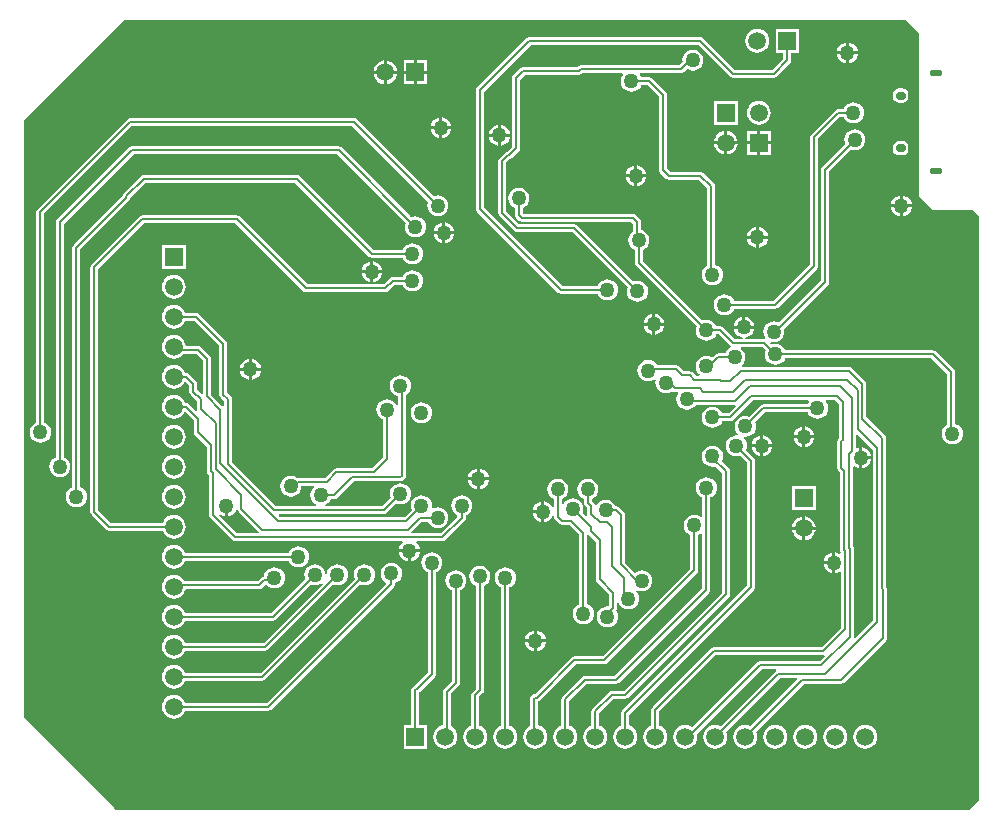
<source format=gbl>
G04*
G04 #@! TF.GenerationSoftware,Altium Limited,Altium Designer,20.1.14 (287)*
G04*
G04 Layer_Physical_Order=2*
G04 Layer_Color=16711680*
%FSLAX44Y44*%
%MOMM*%
G71*
G04*
G04 #@! TF.SameCoordinates,01BF520F-FA88-4C74-87B3-3C0DA752D8B3*
G04*
G04*
G04 #@! TF.FilePolarity,Positive*
G04*
G01*
G75*
%ADD16C,0.1500*%
%ADD51R,1.5000X1.5000*%
%ADD52C,1.5000*%
%ADD53R,1.5000X1.5000*%
G04:AMPARAMS|DCode=54|XSize=0.5mm|YSize=1.1mm|CornerRadius=0.125mm|HoleSize=0mm|Usage=FLASHONLY|Rotation=90.000|XOffset=0mm|YOffset=0mm|HoleType=Round|Shape=RoundedRectangle|*
%AMROUNDEDRECTD54*
21,1,0.5000,0.8500,0,0,90.0*
21,1,0.2500,1.1000,0,0,90.0*
1,1,0.2500,0.4250,0.1250*
1,1,0.2500,0.4250,-0.1250*
1,1,0.2500,-0.4250,-0.1250*
1,1,0.2500,-0.4250,0.1250*
%
%ADD54ROUNDEDRECTD54*%
G04:AMPARAMS|DCode=55|XSize=0.7mm|YSize=0.8mm|CornerRadius=0.2625mm|HoleSize=0mm|Usage=FLASHONLY|Rotation=90.000|XOffset=0mm|YOffset=0mm|HoleType=Round|Shape=RoundedRectangle|*
%AMROUNDEDRECTD55*
21,1,0.7000,0.2750,0,0,90.0*
21,1,0.1750,0.8000,0,0,90.0*
1,1,0.5250,0.1375,0.0875*
1,1,0.5250,0.1375,-0.0875*
1,1,0.5250,-0.1375,-0.0875*
1,1,0.5250,-0.1375,0.0875*
%
%ADD55ROUNDEDRECTD55*%
%ADD56C,1.2700*%
G36*
X1642110Y1386840D02*
Y1248410D01*
X1653540Y1236980D01*
X1687830D01*
X1692910Y1231900D01*
Y737870D01*
X1684020Y728980D01*
X961390D01*
Y730250D01*
X883920Y807720D01*
Y1313180D01*
X969010Y1398270D01*
X1630680D01*
X1642110Y1386840D01*
D02*
G37*
%LPC*%
G36*
X1582420Y1379129D02*
Y1371600D01*
X1589949D01*
X1589811Y1372651D01*
X1588915Y1374813D01*
X1587490Y1376670D01*
X1585633Y1378095D01*
X1583471Y1378991D01*
X1582420Y1379129D01*
D02*
G37*
G36*
X1579880D02*
X1578829Y1378991D01*
X1576667Y1378095D01*
X1574810Y1376670D01*
X1573385Y1374813D01*
X1572489Y1372651D01*
X1572350Y1371600D01*
X1579880D01*
Y1379129D01*
D02*
G37*
G36*
X1504950Y1390617D02*
X1502329Y1390272D01*
X1499887Y1389260D01*
X1497789Y1387651D01*
X1496180Y1385553D01*
X1495168Y1383111D01*
X1494823Y1380490D01*
X1495168Y1377869D01*
X1496180Y1375427D01*
X1497789Y1373329D01*
X1499887Y1371720D01*
X1502329Y1370708D01*
X1504950Y1370363D01*
X1507571Y1370708D01*
X1510013Y1371720D01*
X1512111Y1373329D01*
X1513720Y1375427D01*
X1514732Y1377869D01*
X1515077Y1380490D01*
X1514732Y1383111D01*
X1513720Y1385553D01*
X1512111Y1387651D01*
X1510013Y1389260D01*
X1507571Y1390272D01*
X1504950Y1390617D01*
D02*
G37*
G36*
X1589949Y1369060D02*
X1582420D01*
Y1361530D01*
X1583471Y1361669D01*
X1585633Y1362565D01*
X1587490Y1363990D01*
X1588915Y1365847D01*
X1589811Y1368009D01*
X1589949Y1369060D01*
D02*
G37*
G36*
X1579880D02*
X1572350D01*
X1572489Y1368009D01*
X1573385Y1365847D01*
X1574810Y1363990D01*
X1576667Y1362565D01*
X1578829Y1361669D01*
X1579880Y1361530D01*
Y1369060D01*
D02*
G37*
G36*
X1540390Y1390530D02*
X1520310D01*
Y1370450D01*
X1526996D01*
Y1365370D01*
X1517531Y1355905D01*
X1486019D01*
X1459062Y1382862D01*
X1457974Y1383589D01*
X1456690Y1383844D01*
X1311910D01*
X1310626Y1383589D01*
X1309538Y1382862D01*
X1267628Y1340952D01*
X1266901Y1339864D01*
X1266646Y1338580D01*
Y1238250D01*
X1266901Y1236966D01*
X1267628Y1235878D01*
X1336208Y1167298D01*
X1337296Y1166571D01*
X1338580Y1166316D01*
X1369717D01*
X1370185Y1165187D01*
X1371610Y1163330D01*
X1373467Y1161905D01*
X1375629Y1161009D01*
X1377950Y1160703D01*
X1380271Y1161009D01*
X1382433Y1161905D01*
X1384290Y1163330D01*
X1385715Y1165187D01*
X1386611Y1167349D01*
X1386917Y1169670D01*
X1386611Y1171991D01*
X1385715Y1174153D01*
X1384290Y1176010D01*
X1382433Y1177435D01*
X1380271Y1178331D01*
X1377950Y1178637D01*
X1375629Y1178331D01*
X1373467Y1177435D01*
X1371610Y1176010D01*
X1370185Y1174153D01*
X1369717Y1173025D01*
X1339969D01*
X1273354Y1239640D01*
Y1337191D01*
X1313300Y1377135D01*
X1455300D01*
X1482258Y1350178D01*
X1483346Y1349451D01*
X1484630Y1349196D01*
X1518920D01*
X1520204Y1349451D01*
X1521292Y1350178D01*
X1532722Y1361608D01*
X1533449Y1362696D01*
X1533705Y1363980D01*
Y1370450D01*
X1540390D01*
Y1390530D01*
D02*
G37*
G36*
X1225430Y1363860D02*
X1216660D01*
Y1355090D01*
X1225430D01*
Y1363860D01*
D02*
G37*
G36*
X1191260Y1363779D02*
Y1355090D01*
X1199949D01*
X1199772Y1356441D01*
X1198760Y1358883D01*
X1197151Y1360981D01*
X1195053Y1362590D01*
X1192611Y1363602D01*
X1191260Y1363779D01*
D02*
G37*
G36*
X1188720D02*
X1187369Y1363602D01*
X1184927Y1362590D01*
X1182829Y1360981D01*
X1181220Y1358883D01*
X1180208Y1356441D01*
X1180031Y1355090D01*
X1188720D01*
Y1363779D01*
D02*
G37*
G36*
X1214120Y1363860D02*
X1205350D01*
Y1355090D01*
X1214120D01*
Y1363860D01*
D02*
G37*
G36*
X1450340Y1372947D02*
X1448019Y1372641D01*
X1445857Y1371745D01*
X1444000Y1370320D01*
X1442575Y1368463D01*
X1441679Y1366301D01*
X1441373Y1363980D01*
X1441569Y1362493D01*
X1438790Y1359715D01*
X1355441D01*
X1354158Y1359459D01*
X1353070Y1358732D01*
X1352782Y1358445D01*
X1306830D01*
X1305546Y1358189D01*
X1304458Y1357462D01*
X1298108Y1351112D01*
X1297381Y1350024D01*
X1297126Y1348740D01*
Y1290697D01*
X1293038Y1286610D01*
X1292225Y1286448D01*
X1291137Y1285721D01*
X1286678Y1281262D01*
X1285951Y1280174D01*
X1285695Y1278890D01*
Y1234440D01*
X1285951Y1233156D01*
X1286678Y1232068D01*
X1299378Y1219368D01*
X1300466Y1218641D01*
X1301750Y1218385D01*
X1348620D01*
X1395156Y1171850D01*
X1394689Y1170721D01*
X1394383Y1168400D01*
X1394689Y1166079D01*
X1395585Y1163917D01*
X1397010Y1162060D01*
X1398867Y1160635D01*
X1401029Y1159739D01*
X1403350Y1159433D01*
X1405671Y1159739D01*
X1407833Y1160635D01*
X1409690Y1162060D01*
X1411115Y1163917D01*
X1412011Y1166079D01*
X1412317Y1168400D01*
X1412011Y1170721D01*
X1411115Y1172883D01*
X1409690Y1174740D01*
X1407833Y1176165D01*
X1405671Y1177061D01*
X1403350Y1177367D01*
X1401029Y1177061D01*
X1399900Y1176594D01*
X1352382Y1224112D01*
X1351294Y1224839D01*
X1350010Y1225095D01*
X1303139D01*
X1292404Y1235829D01*
Y1277501D01*
X1294992Y1280088D01*
X1295805Y1280250D01*
X1296893Y1280977D01*
X1302852Y1286935D01*
X1303579Y1288024D01*
X1303835Y1289307D01*
Y1347350D01*
X1308219Y1351736D01*
X1354171D01*
X1355455Y1351991D01*
X1356543Y1352718D01*
X1356831Y1353006D01*
X1390686D01*
X1391312Y1351736D01*
X1390505Y1350683D01*
X1389609Y1348521D01*
X1389303Y1346200D01*
X1389609Y1343879D01*
X1390505Y1341717D01*
X1391930Y1339860D01*
X1393787Y1338435D01*
X1395949Y1337539D01*
X1398270Y1337233D01*
X1400591Y1337539D01*
X1402753Y1338435D01*
X1404610Y1339860D01*
X1406035Y1341717D01*
X1406503Y1342845D01*
X1412121D01*
X1421586Y1333380D01*
Y1271270D01*
X1421841Y1269986D01*
X1422568Y1268898D01*
X1427648Y1263818D01*
X1428736Y1263091D01*
X1430020Y1262835D01*
X1455300D01*
X1462225Y1255910D01*
Y1190027D01*
X1460510Y1188710D01*
X1459085Y1186853D01*
X1458189Y1184691D01*
X1457883Y1182370D01*
X1458189Y1180049D01*
X1459085Y1177887D01*
X1460510Y1176030D01*
X1462367Y1174605D01*
X1464529Y1173709D01*
X1466850Y1173403D01*
X1469171Y1173709D01*
X1471333Y1174605D01*
X1473190Y1176030D01*
X1474615Y1177887D01*
X1475511Y1180049D01*
X1475817Y1182370D01*
X1475511Y1184691D01*
X1474615Y1186853D01*
X1473190Y1188710D01*
X1471333Y1190135D01*
X1469171Y1191031D01*
X1468934Y1191062D01*
Y1257300D01*
X1468679Y1258584D01*
X1467952Y1259672D01*
X1459062Y1268562D01*
X1457974Y1269289D01*
X1456690Y1269545D01*
X1431409D01*
X1428295Y1272660D01*
Y1334770D01*
X1428039Y1336054D01*
X1427312Y1337142D01*
X1415882Y1348572D01*
X1414794Y1349299D01*
X1413510Y1349554D01*
X1406503D01*
X1406035Y1350683D01*
X1405228Y1351736D01*
X1405854Y1353006D01*
X1440180D01*
X1441464Y1353261D01*
X1442552Y1353988D01*
X1445247Y1356683D01*
X1445857Y1356215D01*
X1448019Y1355319D01*
X1450340Y1355013D01*
X1452661Y1355319D01*
X1454823Y1356215D01*
X1456680Y1357640D01*
X1458105Y1359497D01*
X1459001Y1361659D01*
X1459307Y1363980D01*
X1459001Y1366301D01*
X1458105Y1368463D01*
X1456680Y1370320D01*
X1454823Y1371745D01*
X1452661Y1372641D01*
X1450340Y1372947D01*
D02*
G37*
G36*
X1199949Y1352550D02*
X1191260D01*
Y1343861D01*
X1192611Y1344038D01*
X1195053Y1345050D01*
X1197151Y1346659D01*
X1198760Y1348757D01*
X1199772Y1351199D01*
X1199949Y1352550D01*
D02*
G37*
G36*
X1188720D02*
X1180031D01*
X1180208Y1351199D01*
X1181220Y1348757D01*
X1182829Y1346659D01*
X1184927Y1345050D01*
X1187369Y1344038D01*
X1188720Y1343861D01*
Y1352550D01*
D02*
G37*
G36*
X1225430D02*
X1216660D01*
Y1343780D01*
X1225430D01*
Y1352550D01*
D02*
G37*
G36*
X1214120D02*
X1205350D01*
Y1343780D01*
X1214120D01*
Y1352550D01*
D02*
G37*
G36*
X1627535Y1340151D02*
X1624785D01*
X1622770Y1339750D01*
X1621061Y1338609D01*
X1619920Y1336900D01*
X1619519Y1334885D01*
Y1334072D01*
X1619507Y1334010D01*
X1619519Y1333948D01*
Y1333135D01*
X1619920Y1331120D01*
X1621061Y1329411D01*
X1622770Y1328270D01*
X1624785Y1327869D01*
X1627535D01*
X1629550Y1328270D01*
X1631259Y1329411D01*
X1632400Y1331120D01*
X1632801Y1333135D01*
Y1333948D01*
X1632813Y1334010D01*
X1632801Y1334072D01*
Y1334885D01*
X1632400Y1336900D01*
X1631259Y1338609D01*
X1629550Y1339750D01*
X1627535Y1340151D01*
D02*
G37*
G36*
X1586230Y1328497D02*
X1583909Y1328191D01*
X1581747Y1327295D01*
X1579890Y1325870D01*
X1578465Y1324013D01*
X1577997Y1322885D01*
X1573530D01*
X1572246Y1322629D01*
X1571158Y1321902D01*
X1550838Y1301582D01*
X1550111Y1300494D01*
X1549855Y1299210D01*
Y1191379D01*
X1518801Y1160324D01*
X1485243D01*
X1484775Y1161453D01*
X1483350Y1163310D01*
X1481493Y1164735D01*
X1479331Y1165631D01*
X1477010Y1165937D01*
X1474689Y1165631D01*
X1472527Y1164735D01*
X1470670Y1163310D01*
X1469245Y1161453D01*
X1468349Y1159291D01*
X1468043Y1156970D01*
X1468349Y1154649D01*
X1469245Y1152487D01*
X1470670Y1150630D01*
X1472527Y1149205D01*
X1474689Y1148309D01*
X1477010Y1148003D01*
X1479331Y1148309D01*
X1481493Y1149205D01*
X1483350Y1150630D01*
X1484775Y1152487D01*
X1485243Y1153615D01*
X1520190D01*
X1521474Y1153871D01*
X1522562Y1154598D01*
X1555582Y1187618D01*
X1556309Y1188706D01*
X1556564Y1189990D01*
Y1297820D01*
X1574919Y1316176D01*
X1577997D01*
X1578465Y1315047D01*
X1579890Y1313190D01*
X1581747Y1311765D01*
X1583909Y1310869D01*
X1586230Y1310563D01*
X1588551Y1310869D01*
X1590713Y1311765D01*
X1592570Y1313190D01*
X1593995Y1315047D01*
X1594891Y1317209D01*
X1595197Y1319530D01*
X1594891Y1321851D01*
X1593995Y1324013D01*
X1592570Y1325870D01*
X1590713Y1327295D01*
X1588551Y1328191D01*
X1586230Y1328497D01*
D02*
G37*
G36*
X1488320Y1329570D02*
X1468240D01*
Y1309490D01*
X1488320D01*
Y1329570D01*
D02*
G37*
G36*
X1506220Y1329657D02*
X1503599Y1329312D01*
X1501157Y1328300D01*
X1499059Y1326691D01*
X1497450Y1324593D01*
X1496438Y1322151D01*
X1496093Y1319530D01*
X1496438Y1316909D01*
X1497450Y1314467D01*
X1499059Y1312369D01*
X1501157Y1310760D01*
X1503599Y1309748D01*
X1506220Y1309403D01*
X1508841Y1309748D01*
X1511283Y1310760D01*
X1513381Y1312369D01*
X1514990Y1314467D01*
X1516002Y1316909D01*
X1516347Y1319530D01*
X1516002Y1322151D01*
X1514990Y1324593D01*
X1513381Y1326691D01*
X1511283Y1328300D01*
X1508841Y1329312D01*
X1506220Y1329657D01*
D02*
G37*
G36*
X1238250Y1315629D02*
Y1308100D01*
X1245779D01*
X1245641Y1309151D01*
X1244745Y1311313D01*
X1243320Y1313170D01*
X1241463Y1314595D01*
X1239301Y1315491D01*
X1238250Y1315629D01*
D02*
G37*
G36*
X1235710D02*
X1234659Y1315491D01*
X1232497Y1314595D01*
X1230640Y1313170D01*
X1229215Y1311313D01*
X1228319Y1309151D01*
X1228180Y1308100D01*
X1235710D01*
Y1315629D01*
D02*
G37*
G36*
X1287780Y1309279D02*
Y1301750D01*
X1295309D01*
X1295171Y1302801D01*
X1294275Y1304963D01*
X1292850Y1306820D01*
X1290993Y1308245D01*
X1288831Y1309141D01*
X1287780Y1309279D01*
D02*
G37*
G36*
X1285240D02*
X1284189Y1309141D01*
X1282027Y1308245D01*
X1280170Y1306820D01*
X1278745Y1304963D01*
X1277849Y1302801D01*
X1277710Y1301750D01*
X1285240D01*
Y1309279D01*
D02*
G37*
G36*
X1245779Y1305560D02*
X1238250D01*
Y1298031D01*
X1239301Y1298169D01*
X1241463Y1299065D01*
X1243320Y1300490D01*
X1244745Y1302347D01*
X1245641Y1304509D01*
X1245779Y1305560D01*
D02*
G37*
G36*
X1235710D02*
X1228180D01*
X1228319Y1304509D01*
X1229215Y1302347D01*
X1230640Y1300490D01*
X1232497Y1299065D01*
X1234659Y1298169D01*
X1235710Y1298031D01*
Y1305560D01*
D02*
G37*
G36*
X1516260Y1304170D02*
X1507490D01*
Y1295400D01*
X1516260D01*
Y1304170D01*
D02*
G37*
G36*
X1479550Y1304089D02*
Y1295400D01*
X1488239D01*
X1488062Y1296751D01*
X1487050Y1299193D01*
X1485441Y1301291D01*
X1483343Y1302900D01*
X1480901Y1303912D01*
X1479550Y1304089D01*
D02*
G37*
G36*
X1477010D02*
X1475659Y1303912D01*
X1473217Y1302900D01*
X1471119Y1301291D01*
X1469510Y1299193D01*
X1468498Y1296751D01*
X1468321Y1295400D01*
X1477010D01*
Y1304089D01*
D02*
G37*
G36*
X1504950Y1304170D02*
X1496180D01*
Y1295400D01*
X1504950D01*
Y1304170D01*
D02*
G37*
G36*
X1295309Y1299210D02*
X1287780D01*
Y1291680D01*
X1288831Y1291819D01*
X1290993Y1292715D01*
X1292850Y1294140D01*
X1294275Y1295997D01*
X1295171Y1298159D01*
X1295309Y1299210D01*
D02*
G37*
G36*
X1285240D02*
X1277710D01*
X1277849Y1298159D01*
X1278745Y1295997D01*
X1280170Y1294140D01*
X1282027Y1292715D01*
X1284189Y1291819D01*
X1285240Y1291680D01*
Y1299210D01*
D02*
G37*
G36*
X1587500Y1305637D02*
X1585179Y1305331D01*
X1583017Y1304435D01*
X1581160Y1303010D01*
X1579735Y1301153D01*
X1578839Y1298991D01*
X1578533Y1296670D01*
X1578839Y1294349D01*
X1579306Y1293220D01*
X1559728Y1273642D01*
X1559001Y1272554D01*
X1558746Y1271270D01*
Y1177410D01*
X1523268Y1141932D01*
X1521241Y1142771D01*
X1518920Y1143077D01*
X1516599Y1142771D01*
X1514437Y1141875D01*
X1512580Y1140450D01*
X1511155Y1138593D01*
X1510259Y1136431D01*
X1509953Y1134110D01*
X1510259Y1131789D01*
X1511155Y1129627D01*
X1511682Y1128940D01*
X1510965Y1127788D01*
X1510780Y1127824D01*
X1494675D01*
X1494592Y1129094D01*
X1495841Y1129259D01*
X1498003Y1130155D01*
X1499860Y1131580D01*
X1501285Y1133437D01*
X1502181Y1135599D01*
X1502319Y1136650D01*
X1484720D01*
X1484859Y1135599D01*
X1485755Y1133437D01*
X1487180Y1131580D01*
X1489037Y1130155D01*
X1491199Y1129259D01*
X1492448Y1129094D01*
X1492365Y1127824D01*
X1485836D01*
X1475909Y1137752D01*
X1474821Y1138479D01*
X1473537Y1138735D01*
X1470003D01*
X1469535Y1139863D01*
X1468110Y1141720D01*
X1466253Y1143145D01*
X1464091Y1144041D01*
X1461770Y1144347D01*
X1459449Y1144041D01*
X1458320Y1143574D01*
X1407975Y1193920D01*
Y1203347D01*
X1409103Y1203815D01*
X1410960Y1205240D01*
X1412385Y1207097D01*
X1413281Y1209259D01*
X1413587Y1211580D01*
X1413281Y1213901D01*
X1412385Y1216063D01*
X1410960Y1217920D01*
X1409103Y1219345D01*
X1406941Y1220241D01*
X1406705Y1220272D01*
Y1226820D01*
X1406449Y1228104D01*
X1405722Y1229192D01*
X1401912Y1233002D01*
X1400824Y1233729D01*
X1399540Y1233985D01*
X1306949D01*
X1306375Y1234559D01*
Y1238907D01*
X1307503Y1239375D01*
X1309360Y1240800D01*
X1310785Y1242657D01*
X1311681Y1244819D01*
X1311987Y1247140D01*
X1311681Y1249461D01*
X1310785Y1251623D01*
X1309360Y1253480D01*
X1307503Y1254905D01*
X1305341Y1255801D01*
X1303020Y1256107D01*
X1300699Y1255801D01*
X1298537Y1254905D01*
X1296680Y1253480D01*
X1295255Y1251623D01*
X1294359Y1249461D01*
X1294053Y1247140D01*
X1294359Y1244819D01*
X1295255Y1242657D01*
X1296680Y1240800D01*
X1298537Y1239375D01*
X1299666Y1238907D01*
Y1233170D01*
X1299921Y1231886D01*
X1300648Y1230798D01*
X1303188Y1228258D01*
X1304276Y1227531D01*
X1305560Y1227275D01*
X1398150D01*
X1399996Y1225431D01*
Y1219237D01*
X1398280Y1217920D01*
X1396855Y1216063D01*
X1395959Y1213901D01*
X1395653Y1211580D01*
X1395959Y1209259D01*
X1396855Y1207097D01*
X1398280Y1205240D01*
X1400137Y1203815D01*
X1401266Y1203347D01*
Y1192530D01*
X1401521Y1191246D01*
X1402248Y1190158D01*
X1453576Y1138830D01*
X1453109Y1137701D01*
X1452803Y1135380D01*
X1453109Y1133059D01*
X1454005Y1130897D01*
X1455430Y1129040D01*
X1457287Y1127615D01*
X1459449Y1126719D01*
X1461770Y1126413D01*
X1464091Y1126719D01*
X1466253Y1127615D01*
X1468110Y1129040D01*
X1469535Y1130897D01*
X1470003Y1132026D01*
X1472148D01*
X1482075Y1122098D01*
X1482228Y1121996D01*
X1482087Y1120563D01*
X1481417Y1120285D01*
X1479560Y1118860D01*
X1478135Y1117003D01*
X1477667Y1115874D01*
X1471930D01*
X1470646Y1115619D01*
X1469558Y1114892D01*
X1466863Y1112197D01*
X1466253Y1112665D01*
X1464091Y1113561D01*
X1461770Y1113867D01*
X1459449Y1113561D01*
X1457287Y1112665D01*
X1455430Y1111240D01*
X1454005Y1109383D01*
X1453109Y1107221D01*
X1452803Y1104900D01*
X1453109Y1102579D01*
X1454005Y1100417D01*
X1455430Y1098560D01*
X1456036Y1098094D01*
X1455605Y1096824D01*
X1453000D01*
X1450172Y1099652D01*
X1449084Y1100379D01*
X1447800Y1100635D01*
X1442840D01*
X1438742Y1104732D01*
X1437654Y1105459D01*
X1436370Y1105714D01*
X1420142D01*
X1418719Y1107569D01*
X1416862Y1108994D01*
X1414700Y1109890D01*
X1412379Y1110195D01*
X1410058Y1109890D01*
X1407895Y1108994D01*
X1406038Y1107569D01*
X1404613Y1105712D01*
X1403717Y1103549D01*
X1403412Y1101229D01*
X1403717Y1098908D01*
X1404613Y1096745D01*
X1406038Y1094888D01*
X1407895Y1093463D01*
X1410058Y1092568D01*
X1412379Y1092262D01*
X1414700Y1092568D01*
X1416862Y1093463D01*
X1417972Y1094315D01*
X1419015Y1093514D01*
X1418967Y1093399D01*
X1418661Y1091078D01*
X1418967Y1088757D01*
X1419863Y1086595D01*
X1421288Y1084738D01*
X1423145Y1083313D01*
X1425307Y1082417D01*
X1427628Y1082112D01*
X1429949Y1082417D01*
X1432112Y1083313D01*
X1433053Y1084035D01*
X1433853Y1083501D01*
X1435137Y1083246D01*
X1437442D01*
X1438004Y1082106D01*
X1437495Y1081443D01*
X1436599Y1079281D01*
X1436293Y1076960D01*
X1436599Y1074639D01*
X1437495Y1072477D01*
X1438920Y1070620D01*
X1440777Y1069195D01*
X1442939Y1068299D01*
X1445260Y1067993D01*
X1447581Y1068299D01*
X1449743Y1069195D01*
X1451600Y1070620D01*
X1452917Y1072336D01*
X1485900D01*
X1486232Y1072402D01*
X1486857Y1071231D01*
X1480701Y1065074D01*
X1475083D01*
X1474615Y1066203D01*
X1473190Y1068060D01*
X1471333Y1069485D01*
X1469171Y1070381D01*
X1466850Y1070687D01*
X1464529Y1070381D01*
X1462367Y1069485D01*
X1460510Y1068060D01*
X1459085Y1066203D01*
X1458189Y1064041D01*
X1457883Y1061720D01*
X1458189Y1059399D01*
X1459085Y1057237D01*
X1460510Y1055380D01*
X1462367Y1053955D01*
X1464529Y1053059D01*
X1466850Y1052753D01*
X1469171Y1053059D01*
X1471333Y1053955D01*
X1473190Y1055380D01*
X1474615Y1057237D01*
X1475083Y1058365D01*
X1482090D01*
X1483374Y1058621D01*
X1484462Y1059348D01*
X1501259Y1076145D01*
X1548166D01*
X1548792Y1074875D01*
X1547985Y1073823D01*
X1547517Y1072694D01*
X1510030D01*
X1508746Y1072439D01*
X1507658Y1071712D01*
X1498240Y1062294D01*
X1497111Y1062761D01*
X1494790Y1063067D01*
X1492469Y1062761D01*
X1490307Y1061865D01*
X1488450Y1060440D01*
X1487025Y1058583D01*
X1486129Y1056421D01*
X1485823Y1054100D01*
X1486129Y1051779D01*
X1487025Y1049617D01*
X1488450Y1047760D01*
X1488592Y1047651D01*
X1488089Y1046436D01*
X1487170Y1046557D01*
X1484849Y1046251D01*
X1482687Y1045355D01*
X1480830Y1043930D01*
X1479405Y1042073D01*
X1478509Y1039911D01*
X1478203Y1037590D01*
X1478509Y1035269D01*
X1479405Y1033107D01*
X1480830Y1031250D01*
X1482687Y1029825D01*
X1484849Y1028929D01*
X1487170Y1028623D01*
X1489491Y1028929D01*
X1490620Y1029396D01*
X1496516Y1023501D01*
Y919600D01*
X1390169Y813253D01*
X1389442Y812165D01*
X1389187Y810881D01*
Y800419D01*
X1388127Y799980D01*
X1386029Y798371D01*
X1384420Y796273D01*
X1383408Y793831D01*
X1383063Y791210D01*
X1383408Y788589D01*
X1384420Y786147D01*
X1386029Y784049D01*
X1388127Y782440D01*
X1390569Y781428D01*
X1393190Y781083D01*
X1395811Y781428D01*
X1398253Y782440D01*
X1400351Y784049D01*
X1401960Y786147D01*
X1402972Y788589D01*
X1403317Y791210D01*
X1402972Y793831D01*
X1401960Y796273D01*
X1400351Y798371D01*
X1398253Y799980D01*
X1395896Y800956D01*
Y809492D01*
X1502242Y915838D01*
X1502969Y916926D01*
X1503224Y918210D01*
Y1024890D01*
X1502969Y1026174D01*
X1502242Y1027262D01*
X1495364Y1034140D01*
X1495831Y1035269D01*
X1496137Y1037590D01*
X1495831Y1039911D01*
X1494935Y1042073D01*
X1493510Y1043930D01*
X1493368Y1044040D01*
X1493871Y1045254D01*
X1494790Y1045133D01*
X1497111Y1045439D01*
X1499273Y1046335D01*
X1501130Y1047760D01*
X1502555Y1049617D01*
X1503451Y1051779D01*
X1503757Y1054100D01*
X1503451Y1056421D01*
X1502984Y1057550D01*
X1511420Y1065985D01*
X1547517D01*
X1547985Y1064857D01*
X1549410Y1063000D01*
X1551267Y1061575D01*
X1553429Y1060679D01*
X1555750Y1060373D01*
X1558071Y1060679D01*
X1560233Y1061575D01*
X1562090Y1063000D01*
X1563515Y1064857D01*
X1564411Y1067019D01*
X1564717Y1069340D01*
X1564411Y1071661D01*
X1563515Y1073823D01*
X1562708Y1074875D01*
X1563334Y1076145D01*
X1570871D01*
X1573985Y1073030D01*
Y1044060D01*
X1573698Y1043772D01*
X1572971Y1042684D01*
X1572715Y1041400D01*
Y1018540D01*
X1572971Y1017256D01*
X1573698Y1016168D01*
X1575026Y1014840D01*
Y949670D01*
X1575281Y948386D01*
X1575863Y947515D01*
X1575708Y946676D01*
X1574417Y946132D01*
X1574203Y946295D01*
X1572041Y947191D01*
X1570990Y947329D01*
Y938530D01*
Y929731D01*
X1572041Y929869D01*
X1574203Y930765D01*
X1574866Y931273D01*
X1576006Y930712D01*
Y883520D01*
X1559440Y866954D01*
X1468120D01*
X1466836Y866699D01*
X1465748Y865972D01*
X1416218Y816442D01*
X1415491Y815354D01*
X1415235Y814070D01*
Y800688D01*
X1413527Y799980D01*
X1411429Y798371D01*
X1409820Y796273D01*
X1408808Y793831D01*
X1408463Y791210D01*
X1408808Y788589D01*
X1409820Y786147D01*
X1411429Y784049D01*
X1413527Y782440D01*
X1415969Y781428D01*
X1418590Y781083D01*
X1421211Y781428D01*
X1423653Y782440D01*
X1425751Y784049D01*
X1427360Y786147D01*
X1428372Y788589D01*
X1428717Y791210D01*
X1428372Y793831D01*
X1427360Y796273D01*
X1425751Y798371D01*
X1423653Y799980D01*
X1421944Y800688D01*
Y812681D01*
X1469509Y860246D01*
X1560830D01*
X1561161Y860312D01*
X1561787Y859141D01*
X1557779Y855133D01*
X1508977D01*
X1508774Y855269D01*
X1507490Y855525D01*
X1506206Y855269D01*
X1505118Y854542D01*
X1449904Y799327D01*
X1449053Y799980D01*
X1446611Y800992D01*
X1443990Y801337D01*
X1441369Y800992D01*
X1438927Y799980D01*
X1436829Y798371D01*
X1435220Y796273D01*
X1434208Y793831D01*
X1433863Y791210D01*
X1434208Y788589D01*
X1435220Y786147D01*
X1436829Y784049D01*
X1438927Y782440D01*
X1441369Y781428D01*
X1443990Y781083D01*
X1446611Y781428D01*
X1449053Y782440D01*
X1451151Y784049D01*
X1452760Y786147D01*
X1453772Y788589D01*
X1454117Y791210D01*
X1453786Y793722D01*
X1508488Y848424D01*
X1520320D01*
X1520706Y847154D01*
X1520358Y846922D01*
X1473720Y800284D01*
X1472011Y800992D01*
X1469390Y801337D01*
X1466769Y800992D01*
X1464327Y799980D01*
X1462229Y798371D01*
X1460620Y796273D01*
X1459608Y793831D01*
X1459263Y791210D01*
X1459608Y788589D01*
X1460620Y786147D01*
X1462229Y784049D01*
X1464327Y782440D01*
X1466769Y781428D01*
X1469390Y781083D01*
X1472011Y781428D01*
X1474453Y782440D01*
X1476551Y784049D01*
X1478160Y786147D01*
X1479172Y788589D01*
X1479517Y791210D01*
X1479172Y793831D01*
X1478464Y795540D01*
X1524120Y841196D01*
X1538372D01*
X1538858Y840022D01*
X1499120Y800284D01*
X1497411Y800992D01*
X1494790Y801337D01*
X1492169Y800992D01*
X1489727Y799980D01*
X1487629Y798371D01*
X1486020Y796273D01*
X1485008Y793831D01*
X1484663Y791210D01*
X1485008Y788589D01*
X1486020Y786147D01*
X1487629Y784049D01*
X1489727Y782440D01*
X1492169Y781428D01*
X1494790Y781083D01*
X1497411Y781428D01*
X1499853Y782440D01*
X1501951Y784049D01*
X1503560Y786147D01*
X1504572Y788589D01*
X1504917Y791210D01*
X1504572Y793831D01*
X1503864Y795540D01*
X1544440Y836115D01*
X1576070D01*
X1577354Y836371D01*
X1578442Y837098D01*
X1614002Y872658D01*
X1614729Y873746D01*
X1614984Y875030D01*
Y915670D01*
X1614729Y916954D01*
X1614002Y918042D01*
X1613714Y918329D01*
Y1043940D01*
X1613459Y1045224D01*
X1612732Y1046312D01*
X1597204Y1061840D01*
Y1089660D01*
X1596949Y1090944D01*
X1596222Y1092032D01*
X1584792Y1103462D01*
X1583704Y1104189D01*
X1582420Y1104445D01*
X1492065D01*
X1491634Y1105714D01*
X1492240Y1106180D01*
X1493665Y1108037D01*
X1494561Y1110199D01*
X1494867Y1112520D01*
X1494561Y1114841D01*
X1493665Y1117003D01*
X1492240Y1118860D01*
X1490957Y1119846D01*
X1491388Y1121115D01*
X1509391D01*
X1511996Y1118510D01*
X1511529Y1117381D01*
X1511223Y1115060D01*
X1511529Y1112739D01*
X1512425Y1110577D01*
X1513850Y1108720D01*
X1515707Y1107295D01*
X1517869Y1106399D01*
X1520190Y1106093D01*
X1522511Y1106399D01*
X1524673Y1107295D01*
X1526530Y1108720D01*
X1527955Y1110577D01*
X1528423Y1111705D01*
X1652151D01*
X1665426Y1098430D01*
Y1055407D01*
X1663710Y1054090D01*
X1662285Y1052233D01*
X1661389Y1050071D01*
X1661083Y1047750D01*
X1661389Y1045429D01*
X1662285Y1043267D01*
X1663710Y1041410D01*
X1665567Y1039985D01*
X1667729Y1039089D01*
X1670050Y1038783D01*
X1672371Y1039089D01*
X1674533Y1039985D01*
X1676390Y1041410D01*
X1677815Y1043267D01*
X1678711Y1045429D01*
X1679017Y1047750D01*
X1678711Y1050071D01*
X1677815Y1052233D01*
X1676390Y1054090D01*
X1674533Y1055515D01*
X1672371Y1056411D01*
X1672135Y1056442D01*
Y1099820D01*
X1671879Y1101104D01*
X1671152Y1102192D01*
X1655912Y1117432D01*
X1654824Y1118159D01*
X1653540Y1118415D01*
X1528423D01*
X1527955Y1119543D01*
X1526530Y1121400D01*
X1524673Y1122825D01*
X1522511Y1123721D01*
X1520190Y1124027D01*
X1517869Y1123721D01*
X1516740Y1123254D01*
X1515439Y1124555D01*
X1516159Y1125631D01*
X1516599Y1125449D01*
X1518920Y1125143D01*
X1521241Y1125449D01*
X1523403Y1126345D01*
X1525260Y1127770D01*
X1526685Y1129627D01*
X1527581Y1131789D01*
X1527887Y1134110D01*
X1527581Y1136431D01*
X1527486Y1136662D01*
X1564472Y1173648D01*
X1565199Y1174736D01*
X1565455Y1176020D01*
Y1269881D01*
X1584050Y1288476D01*
X1585179Y1288009D01*
X1587500Y1287703D01*
X1589821Y1288009D01*
X1591983Y1288905D01*
X1593840Y1290330D01*
X1595265Y1292187D01*
X1596161Y1294349D01*
X1596467Y1296670D01*
X1596161Y1298991D01*
X1595265Y1301153D01*
X1593840Y1303010D01*
X1591983Y1304435D01*
X1589821Y1305331D01*
X1587500Y1305637D01*
D02*
G37*
G36*
X1488239Y1292860D02*
X1479550D01*
Y1284171D01*
X1480901Y1284348D01*
X1483343Y1285360D01*
X1485441Y1286969D01*
X1487050Y1289067D01*
X1488062Y1291509D01*
X1488239Y1292860D01*
D02*
G37*
G36*
X1477010D02*
X1468321D01*
X1468498Y1291509D01*
X1469510Y1289067D01*
X1471119Y1286969D01*
X1473217Y1285360D01*
X1475659Y1284348D01*
X1477010Y1284171D01*
Y1292860D01*
D02*
G37*
G36*
X1516260D02*
X1507490D01*
Y1284090D01*
X1516260D01*
Y1292860D01*
D02*
G37*
G36*
X1504950D02*
X1496180D01*
Y1284090D01*
X1504950D01*
Y1292860D01*
D02*
G37*
G36*
X1627535Y1295651D02*
X1624785D01*
X1622770Y1295250D01*
X1621061Y1294109D01*
X1619920Y1292400D01*
X1619519Y1290385D01*
Y1289572D01*
X1619507Y1289510D01*
X1619519Y1289448D01*
Y1288635D01*
X1619920Y1286620D01*
X1621061Y1284911D01*
X1622770Y1283770D01*
X1624785Y1283369D01*
X1627535D01*
X1629550Y1283770D01*
X1631259Y1284911D01*
X1632400Y1286620D01*
X1632801Y1288635D01*
Y1289448D01*
X1632813Y1289510D01*
X1632801Y1289572D01*
Y1290385D01*
X1632400Y1292400D01*
X1631259Y1294109D01*
X1629550Y1295250D01*
X1627535Y1295651D01*
D02*
G37*
G36*
X1403350Y1274989D02*
Y1267460D01*
X1410880D01*
X1410741Y1268511D01*
X1409845Y1270673D01*
X1408420Y1272530D01*
X1406563Y1273955D01*
X1404401Y1274851D01*
X1403350Y1274989D01*
D02*
G37*
G36*
X1400810D02*
X1399759Y1274851D01*
X1397597Y1273955D01*
X1395740Y1272530D01*
X1394315Y1270673D01*
X1393419Y1268511D01*
X1393280Y1267460D01*
X1400810D01*
Y1274989D01*
D02*
G37*
G36*
X1410880Y1264920D02*
X1403350D01*
Y1257391D01*
X1404401Y1257529D01*
X1406563Y1258425D01*
X1408420Y1259850D01*
X1409845Y1261707D01*
X1410741Y1263869D01*
X1410880Y1264920D01*
D02*
G37*
G36*
X1400810D02*
X1393280D01*
X1393419Y1263869D01*
X1394315Y1261707D01*
X1395740Y1259850D01*
X1397597Y1258425D01*
X1399759Y1257529D01*
X1400810Y1257391D01*
Y1264920D01*
D02*
G37*
G36*
X1628140Y1249589D02*
Y1242060D01*
X1635670D01*
X1635531Y1243111D01*
X1634635Y1245273D01*
X1633210Y1247130D01*
X1631353Y1248555D01*
X1629191Y1249451D01*
X1628140Y1249589D01*
D02*
G37*
G36*
X1625600D02*
X1624549Y1249451D01*
X1622387Y1248555D01*
X1620530Y1247130D01*
X1619105Y1245273D01*
X1618209Y1243111D01*
X1618071Y1242060D01*
X1625600D01*
Y1249589D01*
D02*
G37*
G36*
X1635670Y1239520D02*
X1628140D01*
Y1231991D01*
X1629191Y1232129D01*
X1631353Y1233025D01*
X1633210Y1234450D01*
X1634635Y1236307D01*
X1635531Y1238469D01*
X1635670Y1239520D01*
D02*
G37*
G36*
X1625600D02*
X1618071D01*
X1618209Y1238469D01*
X1619105Y1236307D01*
X1620530Y1234450D01*
X1622387Y1233025D01*
X1624549Y1232129D01*
X1625600Y1231991D01*
Y1239520D01*
D02*
G37*
G36*
X1163320Y1315264D02*
X974090D01*
X972806Y1315009D01*
X971718Y1314282D01*
X895518Y1238082D01*
X894791Y1236994D01*
X894536Y1235710D01*
Y1057253D01*
X893407Y1056785D01*
X891550Y1055360D01*
X890125Y1053503D01*
X889229Y1051341D01*
X888923Y1049020D01*
X889229Y1046699D01*
X890125Y1044537D01*
X891550Y1042680D01*
X893407Y1041255D01*
X895569Y1040359D01*
X897890Y1040053D01*
X900211Y1040359D01*
X902373Y1041255D01*
X904230Y1042680D01*
X905655Y1044537D01*
X906551Y1046699D01*
X906857Y1049020D01*
X906551Y1051341D01*
X905655Y1053503D01*
X904230Y1055360D01*
X902373Y1056785D01*
X901245Y1057253D01*
Y1234321D01*
X975480Y1308555D01*
X1161930D01*
X1226246Y1244240D01*
X1225779Y1243111D01*
X1225473Y1240790D01*
X1225779Y1238469D01*
X1226675Y1236307D01*
X1228100Y1234450D01*
X1229957Y1233025D01*
X1232119Y1232129D01*
X1234440Y1231823D01*
X1236761Y1232129D01*
X1238923Y1233025D01*
X1240780Y1234450D01*
X1242205Y1236307D01*
X1243101Y1238469D01*
X1243407Y1240790D01*
X1243101Y1243111D01*
X1242205Y1245273D01*
X1240780Y1247130D01*
X1238923Y1248555D01*
X1236761Y1249451D01*
X1234440Y1249757D01*
X1232119Y1249451D01*
X1230990Y1248984D01*
X1165692Y1314282D01*
X1164604Y1315009D01*
X1163320Y1315264D01*
D02*
G37*
G36*
X1240790Y1226730D02*
Y1219200D01*
X1248319D01*
X1248181Y1220251D01*
X1247285Y1222413D01*
X1245860Y1224270D01*
X1244003Y1225695D01*
X1241841Y1226591D01*
X1240790Y1226730D01*
D02*
G37*
G36*
X1238250D02*
X1237199Y1226591D01*
X1235037Y1225695D01*
X1233180Y1224270D01*
X1231755Y1222413D01*
X1230859Y1220251D01*
X1230721Y1219200D01*
X1238250D01*
Y1226730D01*
D02*
G37*
G36*
X1506220Y1222919D02*
Y1215390D01*
X1513750D01*
X1513611Y1216441D01*
X1512715Y1218603D01*
X1511290Y1220460D01*
X1509433Y1221885D01*
X1507271Y1222781D01*
X1506220Y1222919D01*
D02*
G37*
G36*
X1503680D02*
X1502629Y1222781D01*
X1500467Y1221885D01*
X1498610Y1220460D01*
X1497185Y1218603D01*
X1496289Y1216441D01*
X1496151Y1215390D01*
X1503680D01*
Y1222919D01*
D02*
G37*
G36*
X1150620Y1291134D02*
X975360D01*
X974076Y1290879D01*
X972988Y1290152D01*
X912028Y1229192D01*
X911301Y1228104D01*
X911046Y1226820D01*
Y1028043D01*
X909917Y1027575D01*
X908060Y1026150D01*
X906635Y1024293D01*
X905739Y1022131D01*
X905433Y1019810D01*
X905739Y1017489D01*
X906635Y1015327D01*
X908060Y1013470D01*
X909917Y1012045D01*
X912079Y1011149D01*
X914400Y1010843D01*
X916721Y1011149D01*
X918883Y1012045D01*
X920740Y1013470D01*
X922165Y1015327D01*
X923061Y1017489D01*
X923367Y1019810D01*
X923061Y1022131D01*
X922165Y1024293D01*
X920740Y1026150D01*
X918883Y1027575D01*
X917755Y1028043D01*
Y1225431D01*
X976749Y1284426D01*
X1149230D01*
X1207196Y1226460D01*
X1206729Y1225331D01*
X1206423Y1223010D01*
X1206729Y1220689D01*
X1207625Y1218527D01*
X1209050Y1216670D01*
X1210907Y1215245D01*
X1213069Y1214349D01*
X1215390Y1214043D01*
X1217711Y1214349D01*
X1219873Y1215245D01*
X1221730Y1216670D01*
X1223155Y1218527D01*
X1224051Y1220689D01*
X1224357Y1223010D01*
X1224051Y1225331D01*
X1223155Y1227493D01*
X1221730Y1229350D01*
X1219873Y1230775D01*
X1217711Y1231671D01*
X1215390Y1231977D01*
X1213069Y1231671D01*
X1211940Y1231204D01*
X1152992Y1290152D01*
X1151904Y1290879D01*
X1150620Y1291134D01*
D02*
G37*
G36*
X1248319Y1216660D02*
X1240790D01*
Y1209130D01*
X1241841Y1209269D01*
X1244003Y1210165D01*
X1245860Y1211590D01*
X1247285Y1213447D01*
X1248181Y1215609D01*
X1248319Y1216660D01*
D02*
G37*
G36*
X1238250D02*
X1230721D01*
X1230859Y1215609D01*
X1231755Y1213447D01*
X1233180Y1211590D01*
X1235037Y1210165D01*
X1237199Y1209269D01*
X1238250Y1209130D01*
Y1216660D01*
D02*
G37*
G36*
X1513750Y1212850D02*
X1506220D01*
Y1205321D01*
X1507271Y1205459D01*
X1509433Y1206355D01*
X1511290Y1207780D01*
X1512715Y1209637D01*
X1513611Y1211799D01*
X1513750Y1212850D01*
D02*
G37*
G36*
X1503680D02*
X1496151D01*
X1496289Y1211799D01*
X1497185Y1209637D01*
X1498610Y1207780D01*
X1500467Y1206355D01*
X1502629Y1205459D01*
X1503680Y1205321D01*
Y1212850D01*
D02*
G37*
G36*
X1115060Y1267004D02*
X985520D01*
X984236Y1266749D01*
X983148Y1266022D01*
X968347Y1251221D01*
X967620Y1250133D01*
X967401Y1249033D01*
X925971Y1207602D01*
X925244Y1206514D01*
X924988Y1205230D01*
Y1002670D01*
X923859Y1002203D01*
X922002Y1000778D01*
X920577Y998921D01*
X919681Y996758D01*
X919376Y994437D01*
X919681Y992117D01*
X920577Y989954D01*
X922002Y988097D01*
X923859Y986672D01*
X926022Y985776D01*
X928343Y985471D01*
X930663Y985776D01*
X932826Y986672D01*
X934683Y988097D01*
X936108Y989954D01*
X937004Y992117D01*
X937309Y994437D01*
X937004Y996758D01*
X936108Y998921D01*
X934683Y1000778D01*
X932826Y1002203D01*
X931697Y1002670D01*
Y1203840D01*
X973091Y1245235D01*
X973819Y1246323D01*
X974037Y1247423D01*
X986909Y1260295D01*
X1113671D01*
X1176188Y1197778D01*
X1177276Y1197051D01*
X1178560Y1196796D01*
X1204617D01*
X1205085Y1195667D01*
X1206510Y1193810D01*
X1208367Y1192385D01*
X1210529Y1191489D01*
X1212850Y1191183D01*
X1215171Y1191489D01*
X1217333Y1192385D01*
X1219190Y1193810D01*
X1220615Y1195667D01*
X1221511Y1197829D01*
X1221817Y1200150D01*
X1221511Y1202471D01*
X1220615Y1204633D01*
X1219190Y1206490D01*
X1217333Y1207915D01*
X1215171Y1208811D01*
X1212850Y1209117D01*
X1210529Y1208811D01*
X1208367Y1207915D01*
X1206510Y1206490D01*
X1205085Y1204633D01*
X1204617Y1203504D01*
X1179949D01*
X1117432Y1266022D01*
X1116344Y1266749D01*
X1115060Y1267004D01*
D02*
G37*
G36*
X1020960Y1207650D02*
X1000880D01*
Y1187570D01*
X1020960D01*
Y1207650D01*
D02*
G37*
G36*
X1179830Y1193709D02*
Y1186180D01*
X1187359D01*
X1187221Y1187231D01*
X1186325Y1189393D01*
X1184900Y1191250D01*
X1183043Y1192675D01*
X1180881Y1193571D01*
X1179830Y1193709D01*
D02*
G37*
G36*
X1177290D02*
X1176239Y1193571D01*
X1174077Y1192675D01*
X1172220Y1191250D01*
X1170795Y1189393D01*
X1169899Y1187231D01*
X1169761Y1186180D01*
X1177290D01*
Y1193709D01*
D02*
G37*
G36*
X1187359Y1183640D02*
X1179830D01*
Y1176111D01*
X1180881Y1176249D01*
X1183043Y1177145D01*
X1184900Y1178570D01*
X1186325Y1180427D01*
X1187221Y1182589D01*
X1187359Y1183640D01*
D02*
G37*
G36*
X1177290D02*
X1169761D01*
X1169899Y1182589D01*
X1170795Y1180427D01*
X1172220Y1178570D01*
X1174077Y1177145D01*
X1176239Y1176249D01*
X1177290Y1176111D01*
Y1183640D01*
D02*
G37*
G36*
X1064260Y1232714D02*
X984250D01*
X982966Y1232459D01*
X981878Y1231732D01*
X941238Y1191092D01*
X940511Y1190004D01*
X940256Y1188720D01*
Y981710D01*
X940511Y980426D01*
X941238Y979338D01*
X953938Y966638D01*
X955026Y965911D01*
X956310Y965656D01*
X1001442D01*
X1002150Y963947D01*
X1003759Y961849D01*
X1005857Y960240D01*
X1008299Y959228D01*
X1010920Y958883D01*
X1013541Y959228D01*
X1015983Y960240D01*
X1018081Y961849D01*
X1019690Y963947D01*
X1020702Y966389D01*
X1021047Y969010D01*
X1020702Y971631D01*
X1019690Y974073D01*
X1018081Y976171D01*
X1015983Y977780D01*
X1013541Y978792D01*
X1010920Y979137D01*
X1008299Y978792D01*
X1005857Y977780D01*
X1003759Y976171D01*
X1002150Y974073D01*
X1001442Y972365D01*
X957700D01*
X946964Y983100D01*
Y1187330D01*
X985639Y1226005D01*
X1062870D01*
X1120308Y1168568D01*
X1121396Y1167841D01*
X1122680Y1167586D01*
X1189990D01*
X1191274Y1167841D01*
X1192362Y1168568D01*
X1197729Y1173935D01*
X1204617D01*
X1205085Y1172807D01*
X1206510Y1170950D01*
X1208367Y1169525D01*
X1210529Y1168629D01*
X1212850Y1168323D01*
X1215171Y1168629D01*
X1217333Y1169525D01*
X1219190Y1170950D01*
X1220615Y1172807D01*
X1221511Y1174969D01*
X1221817Y1177290D01*
X1221511Y1179611D01*
X1220615Y1181773D01*
X1219190Y1183630D01*
X1217333Y1185055D01*
X1215171Y1185951D01*
X1212850Y1186257D01*
X1210529Y1185951D01*
X1208367Y1185055D01*
X1206510Y1183630D01*
X1205085Y1181773D01*
X1204617Y1180645D01*
X1196340D01*
X1195056Y1180389D01*
X1193968Y1179662D01*
X1188600Y1174295D01*
X1124070D01*
X1066632Y1231732D01*
X1065544Y1232459D01*
X1064260Y1232714D01*
D02*
G37*
G36*
X1010920Y1182337D02*
X1008299Y1181992D01*
X1005857Y1180980D01*
X1003759Y1179371D01*
X1002150Y1177273D01*
X1001138Y1174831D01*
X1000793Y1172210D01*
X1001138Y1169589D01*
X1002150Y1167147D01*
X1003759Y1165049D01*
X1005857Y1163440D01*
X1008299Y1162428D01*
X1010920Y1162083D01*
X1013541Y1162428D01*
X1015983Y1163440D01*
X1018081Y1165049D01*
X1019690Y1167147D01*
X1020702Y1169589D01*
X1021047Y1172210D01*
X1020702Y1174831D01*
X1019690Y1177273D01*
X1018081Y1179371D01*
X1015983Y1180980D01*
X1013541Y1181992D01*
X1010920Y1182337D01*
D02*
G37*
G36*
X1418590Y1149259D02*
Y1141730D01*
X1426120D01*
X1425981Y1142781D01*
X1425085Y1144943D01*
X1423660Y1146800D01*
X1421803Y1148225D01*
X1419641Y1149121D01*
X1418590Y1149259D01*
D02*
G37*
G36*
X1416050D02*
X1414999Y1149121D01*
X1412837Y1148225D01*
X1410980Y1146800D01*
X1409555Y1144943D01*
X1408659Y1142781D01*
X1408521Y1141730D01*
X1416050D01*
Y1149259D01*
D02*
G37*
G36*
X1494790Y1146720D02*
Y1139190D01*
X1502319D01*
X1502181Y1140241D01*
X1501285Y1142403D01*
X1499860Y1144260D01*
X1498003Y1145685D01*
X1495841Y1146581D01*
X1494790Y1146720D01*
D02*
G37*
G36*
X1492250D02*
X1491199Y1146581D01*
X1489037Y1145685D01*
X1487180Y1144260D01*
X1485755Y1142403D01*
X1484859Y1140241D01*
X1484720Y1139190D01*
X1492250D01*
Y1146720D01*
D02*
G37*
G36*
X1426120Y1139190D02*
X1418590D01*
Y1131661D01*
X1419641Y1131799D01*
X1421803Y1132695D01*
X1423660Y1134120D01*
X1425085Y1135977D01*
X1425981Y1138139D01*
X1426120Y1139190D01*
D02*
G37*
G36*
X1416050D02*
X1408521D01*
X1408659Y1138139D01*
X1409555Y1135977D01*
X1410980Y1134120D01*
X1412837Y1132695D01*
X1414999Y1131799D01*
X1416050Y1131661D01*
Y1139190D01*
D02*
G37*
G36*
X1076960Y1111160D02*
Y1103630D01*
X1084490D01*
X1084351Y1104681D01*
X1083455Y1106843D01*
X1082030Y1108700D01*
X1080173Y1110125D01*
X1078011Y1111021D01*
X1076960Y1111160D01*
D02*
G37*
G36*
X1074420D02*
X1073369Y1111021D01*
X1071207Y1110125D01*
X1069350Y1108700D01*
X1067925Y1106843D01*
X1067029Y1104681D01*
X1066890Y1103630D01*
X1074420D01*
Y1111160D01*
D02*
G37*
G36*
X1084490Y1101090D02*
X1076960D01*
Y1093560D01*
X1078011Y1093699D01*
X1080173Y1094595D01*
X1082030Y1096020D01*
X1083455Y1097877D01*
X1084351Y1100039D01*
X1084490Y1101090D01*
D02*
G37*
G36*
X1074420D02*
X1066890D01*
X1067029Y1100039D01*
X1067925Y1097877D01*
X1069350Y1096020D01*
X1071207Y1094595D01*
X1073369Y1093699D01*
X1074420Y1093560D01*
Y1101090D01*
D02*
G37*
G36*
X1010920Y1156937D02*
X1008299Y1156592D01*
X1005857Y1155580D01*
X1003759Y1153971D01*
X1002150Y1151873D01*
X1001138Y1149431D01*
X1000793Y1146810D01*
X1001138Y1144189D01*
X1002150Y1141747D01*
X1003759Y1139649D01*
X1005857Y1138040D01*
X1008299Y1137028D01*
X1010920Y1136683D01*
X1013541Y1137028D01*
X1015983Y1138040D01*
X1018081Y1139649D01*
X1019690Y1141747D01*
X1020398Y1143456D01*
X1028580D01*
X1049475Y1122561D01*
Y1080770D01*
X1049731Y1079486D01*
X1050458Y1078398D01*
X1053286Y1075571D01*
Y1071614D01*
X1052016Y1071088D01*
X1042215Y1080890D01*
Y1111250D01*
X1041959Y1112534D01*
X1041232Y1113622D01*
X1033612Y1121242D01*
X1032524Y1121969D01*
X1031240Y1122225D01*
X1020939D01*
X1020702Y1124031D01*
X1019690Y1126473D01*
X1018081Y1128571D01*
X1015983Y1130180D01*
X1013541Y1131192D01*
X1010920Y1131537D01*
X1008299Y1131192D01*
X1005857Y1130180D01*
X1003759Y1128571D01*
X1002150Y1126473D01*
X1001138Y1124031D01*
X1000793Y1121410D01*
X1001138Y1118789D01*
X1002150Y1116347D01*
X1003759Y1114249D01*
X1005857Y1112640D01*
X1008299Y1111628D01*
X1010920Y1111283D01*
X1013541Y1111628D01*
X1015983Y1112640D01*
X1018081Y1114249D01*
X1019052Y1115516D01*
X1029850D01*
X1035506Y1109861D01*
Y1081638D01*
X1034332Y1081152D01*
X1030785Y1084699D01*
Y1089660D01*
X1030529Y1090944D01*
X1029802Y1092032D01*
X1023452Y1098382D01*
X1022364Y1099109D01*
X1021080Y1099364D01*
X1020398D01*
X1019690Y1101073D01*
X1018081Y1103171D01*
X1015983Y1104780D01*
X1013541Y1105792D01*
X1010920Y1106137D01*
X1008299Y1105792D01*
X1005857Y1104780D01*
X1003759Y1103171D01*
X1002150Y1101073D01*
X1001138Y1098631D01*
X1000793Y1096010D01*
X1001138Y1093389D01*
X1002150Y1090947D01*
X1003759Y1088849D01*
X1005857Y1087240D01*
X1008299Y1086228D01*
X1010920Y1085883D01*
X1013541Y1086228D01*
X1015983Y1087240D01*
X1018081Y1088849D01*
X1019652Y1090898D01*
X1019885Y1091126D01*
X1020999Y1091347D01*
X1024075Y1088270D01*
Y1083310D01*
X1024331Y1082026D01*
X1025058Y1080938D01*
X1030425Y1075571D01*
Y1068949D01*
X1030681Y1067665D01*
X1030914Y1067316D01*
X1029928Y1066506D01*
X1023452Y1072982D01*
X1022364Y1073709D01*
X1021080Y1073964D01*
X1020398D01*
X1019690Y1075673D01*
X1018081Y1077771D01*
X1015983Y1079380D01*
X1013541Y1080392D01*
X1010920Y1080737D01*
X1008299Y1080392D01*
X1005857Y1079380D01*
X1003759Y1077771D01*
X1002150Y1075673D01*
X1001138Y1073231D01*
X1000793Y1070610D01*
X1001138Y1067989D01*
X1002150Y1065547D01*
X1003759Y1063449D01*
X1005857Y1061840D01*
X1008299Y1060828D01*
X1010920Y1060483D01*
X1013541Y1060828D01*
X1015983Y1061840D01*
X1018081Y1063449D01*
X1019652Y1065498D01*
X1019885Y1065726D01*
X1020999Y1065947D01*
X1027886Y1059061D01*
Y1049020D01*
X1028141Y1047736D01*
X1028868Y1046648D01*
X1038856Y1036661D01*
Y1015825D01*
X1039111Y1014541D01*
X1039838Y1013453D01*
X1040585Y1012706D01*
Y979170D01*
X1040841Y977886D01*
X1041568Y976798D01*
X1060618Y957748D01*
X1061706Y957021D01*
X1062990Y956766D01*
X1204145D01*
X1204576Y955496D01*
X1203970Y955030D01*
X1202545Y953173D01*
X1201649Y951011D01*
X1201510Y949960D01*
X1219109D01*
X1218971Y951011D01*
X1218075Y953173D01*
X1216650Y955030D01*
X1216044Y955496D01*
X1216475Y956766D01*
X1238250D01*
X1239534Y957021D01*
X1240622Y957748D01*
X1257132Y974258D01*
X1257859Y975346D01*
X1258114Y976630D01*
Y978557D01*
X1259243Y979025D01*
X1261100Y980450D01*
X1262525Y982307D01*
X1263421Y984469D01*
X1263727Y986790D01*
X1263421Y989111D01*
X1262525Y991273D01*
X1261100Y993130D01*
X1259243Y994555D01*
X1257081Y995451D01*
X1254760Y995757D01*
X1252439Y995451D01*
X1250277Y994555D01*
X1248420Y993130D01*
X1246995Y991273D01*
X1246099Y989111D01*
X1245793Y986790D01*
X1246099Y984469D01*
X1246995Y982307D01*
X1248420Y980450D01*
X1250277Y979025D01*
X1250521Y978923D01*
X1250814Y977428D01*
X1236861Y963475D01*
X1212584D01*
X1212058Y964744D01*
X1220590Y973276D01*
X1226207D01*
X1226675Y972147D01*
X1228100Y970290D01*
X1229957Y968865D01*
X1232119Y967969D01*
X1234440Y967663D01*
X1236761Y967969D01*
X1238923Y968865D01*
X1240780Y970290D01*
X1242205Y972147D01*
X1243101Y974309D01*
X1243407Y976630D01*
X1243101Y978951D01*
X1242205Y981113D01*
X1240780Y982970D01*
X1238923Y984395D01*
X1236761Y985291D01*
X1234440Y985597D01*
X1232119Y985291D01*
X1230428Y984591D01*
X1229359Y985273D01*
X1229257Y985423D01*
X1229437Y986790D01*
X1229131Y989111D01*
X1228235Y991273D01*
X1226810Y993130D01*
X1224953Y994555D01*
X1222791Y995451D01*
X1220470Y995757D01*
X1218149Y995451D01*
X1215987Y994555D01*
X1214130Y993130D01*
X1212705Y991273D01*
X1211809Y989111D01*
X1211503Y986790D01*
X1211809Y984469D01*
X1212276Y983340D01*
X1206380Y977445D01*
X1100576D01*
X1099568Y978452D01*
X1100054Y979625D01*
X1188720D01*
X1190004Y979881D01*
X1191092Y980608D01*
X1199240Y988756D01*
X1200369Y988289D01*
X1202690Y987983D01*
X1205011Y988289D01*
X1207173Y989185D01*
X1209030Y990610D01*
X1210455Y992467D01*
X1211351Y994629D01*
X1211657Y996950D01*
X1211351Y999271D01*
X1210455Y1001433D01*
X1209030Y1003290D01*
X1207173Y1004715D01*
X1205011Y1005611D01*
X1202690Y1005917D01*
X1200369Y1005611D01*
X1198207Y1004715D01*
X1196350Y1003290D01*
X1194925Y1001433D01*
X1194029Y999271D01*
X1193723Y996950D01*
X1194029Y994629D01*
X1194496Y993500D01*
X1187330Y986335D01*
X1139367D01*
X1139115Y987605D01*
X1139863Y987915D01*
X1141720Y989340D01*
X1143145Y991197D01*
X1143613Y992326D01*
X1146810D01*
X1148094Y992581D01*
X1149182Y993308D01*
X1163439Y1007566D01*
X1202690D01*
X1203974Y1007821D01*
X1205062Y1008548D01*
X1206332Y1009818D01*
X1207059Y1010906D01*
X1207315Y1012190D01*
Y1080733D01*
X1209030Y1082050D01*
X1210455Y1083907D01*
X1211351Y1086069D01*
X1211657Y1088390D01*
X1211351Y1090711D01*
X1210455Y1092873D01*
X1209030Y1094730D01*
X1207173Y1096155D01*
X1205011Y1097051D01*
X1202690Y1097357D01*
X1200369Y1097051D01*
X1198207Y1096155D01*
X1196350Y1094730D01*
X1194925Y1092873D01*
X1194029Y1090711D01*
X1193723Y1088390D01*
X1194029Y1086069D01*
X1194925Y1083907D01*
X1196350Y1082050D01*
X1198207Y1080625D01*
X1200369Y1079729D01*
X1200605Y1079698D01*
Y1072057D01*
X1199335Y1071805D01*
X1199025Y1072553D01*
X1197600Y1074410D01*
X1195743Y1075835D01*
X1193581Y1076731D01*
X1191260Y1077037D01*
X1188939Y1076731D01*
X1186777Y1075835D01*
X1184920Y1074410D01*
X1183495Y1072553D01*
X1182599Y1070391D01*
X1182293Y1068070D01*
X1182599Y1065749D01*
X1183495Y1063587D01*
X1184920Y1061730D01*
X1186777Y1060305D01*
X1187906Y1059837D01*
Y1027550D01*
X1178671Y1018314D01*
X1148310D01*
X1147026Y1018059D01*
X1145938Y1017332D01*
X1139071Y1010464D01*
X1116330D01*
X1115470Y1010293D01*
X1114463Y1011065D01*
X1112301Y1011961D01*
X1109980Y1012267D01*
X1107659Y1011961D01*
X1105497Y1011065D01*
X1103640Y1009640D01*
X1102215Y1007783D01*
X1101319Y1005621D01*
X1101013Y1003300D01*
X1101319Y1000979D01*
X1102215Y998817D01*
X1103640Y996960D01*
X1105497Y995535D01*
X1107659Y994639D01*
X1109980Y994333D01*
X1112301Y994639D01*
X1114463Y995535D01*
X1116320Y996960D01*
X1117745Y998817D01*
X1118641Y1000979D01*
X1118947Y1003300D01*
X1119346Y1003755D01*
X1129215D01*
X1129646Y1002486D01*
X1129040Y1002020D01*
X1127615Y1000163D01*
X1126719Y998001D01*
X1126413Y995680D01*
X1126719Y993359D01*
X1127615Y991197D01*
X1129040Y989340D01*
X1130897Y987915D01*
X1131645Y987605D01*
X1131393Y986335D01*
X1097400D01*
X1059995Y1023739D01*
Y1076960D01*
X1059739Y1078244D01*
X1059012Y1079332D01*
X1056184Y1082160D01*
Y1123950D01*
X1055929Y1125234D01*
X1055202Y1126322D01*
X1032342Y1149182D01*
X1031254Y1149909D01*
X1029970Y1150164D01*
X1020398D01*
X1019690Y1151873D01*
X1018081Y1153971D01*
X1015983Y1155580D01*
X1013541Y1156592D01*
X1010920Y1156937D01*
D02*
G37*
G36*
X1220470Y1074497D02*
X1218149Y1074191D01*
X1215987Y1073295D01*
X1214130Y1071870D01*
X1212705Y1070013D01*
X1211809Y1067851D01*
X1211503Y1065530D01*
X1211809Y1063209D01*
X1212705Y1061047D01*
X1214130Y1059190D01*
X1215987Y1057765D01*
X1218149Y1056869D01*
X1220470Y1056563D01*
X1222791Y1056869D01*
X1224953Y1057765D01*
X1226810Y1059190D01*
X1228235Y1061047D01*
X1229131Y1063209D01*
X1229437Y1065530D01*
X1229131Y1067851D01*
X1228235Y1070013D01*
X1226810Y1071870D01*
X1224953Y1073295D01*
X1222791Y1074191D01*
X1220470Y1074497D01*
D02*
G37*
G36*
X1545590Y1054009D02*
Y1046480D01*
X1553120D01*
X1552981Y1047531D01*
X1552085Y1049693D01*
X1550660Y1051550D01*
X1548803Y1052975D01*
X1546641Y1053871D01*
X1545590Y1054009D01*
D02*
G37*
G36*
X1543050D02*
X1541999Y1053871D01*
X1539837Y1052975D01*
X1537980Y1051550D01*
X1536555Y1049693D01*
X1535659Y1047531D01*
X1535520Y1046480D01*
X1543050D01*
Y1054009D01*
D02*
G37*
G36*
X1510030Y1046389D02*
Y1038860D01*
X1517560D01*
X1517421Y1039911D01*
X1516525Y1042073D01*
X1515100Y1043930D01*
X1513243Y1045355D01*
X1511081Y1046251D01*
X1510030Y1046389D01*
D02*
G37*
G36*
X1507490D02*
X1506439Y1046251D01*
X1504277Y1045355D01*
X1502420Y1043930D01*
X1500995Y1042073D01*
X1500099Y1039911D01*
X1499960Y1038860D01*
X1507490D01*
Y1046389D01*
D02*
G37*
G36*
X1553120Y1043940D02*
X1545590D01*
Y1036411D01*
X1546641Y1036549D01*
X1548803Y1037445D01*
X1550660Y1038870D01*
X1552085Y1040727D01*
X1552981Y1042889D01*
X1553120Y1043940D01*
D02*
G37*
G36*
X1543050D02*
X1535520D01*
X1535659Y1042889D01*
X1536555Y1040727D01*
X1537980Y1038870D01*
X1539837Y1037445D01*
X1541999Y1036549D01*
X1543050Y1036411D01*
Y1043940D01*
D02*
G37*
G36*
X1010920Y1055337D02*
X1008299Y1054992D01*
X1005857Y1053980D01*
X1003759Y1052371D01*
X1002150Y1050273D01*
X1001138Y1047831D01*
X1000793Y1045210D01*
X1001138Y1042589D01*
X1002150Y1040147D01*
X1003759Y1038049D01*
X1005857Y1036440D01*
X1008299Y1035428D01*
X1010920Y1035083D01*
X1013541Y1035428D01*
X1015983Y1036440D01*
X1018081Y1038049D01*
X1019690Y1040147D01*
X1020702Y1042589D01*
X1021047Y1045210D01*
X1020702Y1047831D01*
X1019690Y1050273D01*
X1018081Y1052371D01*
X1015983Y1053980D01*
X1013541Y1054992D01*
X1010920Y1055337D01*
D02*
G37*
G36*
X1517560Y1036320D02*
X1510030D01*
Y1028791D01*
X1511081Y1028929D01*
X1513243Y1029825D01*
X1515100Y1031250D01*
X1516525Y1033107D01*
X1517421Y1035269D01*
X1517560Y1036320D01*
D02*
G37*
G36*
X1507490D02*
X1499960D01*
X1500099Y1035269D01*
X1500995Y1033107D01*
X1502420Y1031250D01*
X1504277Y1029825D01*
X1506439Y1028929D01*
X1507490Y1028791D01*
Y1036320D01*
D02*
G37*
G36*
X1270000Y1018449D02*
Y1010920D01*
X1277530D01*
X1277391Y1011971D01*
X1276495Y1014133D01*
X1275070Y1015990D01*
X1273213Y1017415D01*
X1271051Y1018311D01*
X1270000Y1018449D01*
D02*
G37*
G36*
X1267460D02*
X1266409Y1018311D01*
X1264247Y1017415D01*
X1262390Y1015990D01*
X1260965Y1014133D01*
X1260069Y1011971D01*
X1259930Y1010920D01*
X1267460D01*
Y1018449D01*
D02*
G37*
G36*
X1010920Y1029937D02*
X1008299Y1029592D01*
X1005857Y1028580D01*
X1003759Y1026971D01*
X1002150Y1024873D01*
X1001138Y1022431D01*
X1000793Y1019810D01*
X1001138Y1017189D01*
X1002150Y1014747D01*
X1003759Y1012649D01*
X1005857Y1011040D01*
X1008299Y1010028D01*
X1010920Y1009683D01*
X1013541Y1010028D01*
X1015983Y1011040D01*
X1018081Y1012649D01*
X1019690Y1014747D01*
X1020702Y1017189D01*
X1021047Y1019810D01*
X1020702Y1022431D01*
X1019690Y1024873D01*
X1018081Y1026971D01*
X1015983Y1028580D01*
X1013541Y1029592D01*
X1010920Y1029937D01*
D02*
G37*
G36*
X1277530Y1008380D02*
X1270000D01*
Y1000851D01*
X1271051Y1000989D01*
X1273213Y1001885D01*
X1275070Y1003310D01*
X1276495Y1005167D01*
X1277391Y1007329D01*
X1277530Y1008380D01*
D02*
G37*
G36*
X1267460D02*
X1259930D01*
X1260069Y1007329D01*
X1260965Y1005167D01*
X1262390Y1003310D01*
X1264247Y1001885D01*
X1266409Y1000989D01*
X1267460Y1000851D01*
Y1008380D01*
D02*
G37*
G36*
X1010920Y1004537D02*
X1008299Y1004192D01*
X1005857Y1003180D01*
X1003759Y1001571D01*
X1002150Y999473D01*
X1001138Y997031D01*
X1000793Y994410D01*
X1001138Y991789D01*
X1002150Y989347D01*
X1003759Y987249D01*
X1005857Y985640D01*
X1008299Y984628D01*
X1010920Y984283D01*
X1013541Y984628D01*
X1015983Y985640D01*
X1018081Y987249D01*
X1019690Y989347D01*
X1020702Y991789D01*
X1021047Y994410D01*
X1020702Y997031D01*
X1019690Y999473D01*
X1018081Y1001571D01*
X1015983Y1003180D01*
X1013541Y1004192D01*
X1010920Y1004537D01*
D02*
G37*
G36*
X1554360Y1003180D02*
X1534280D01*
Y983100D01*
X1554360D01*
Y1003180D01*
D02*
G37*
G36*
X1322070Y990509D02*
X1321019Y990371D01*
X1318857Y989475D01*
X1317000Y988050D01*
X1315575Y986193D01*
X1314679Y984031D01*
X1314541Y982980D01*
X1322070D01*
Y990509D01*
D02*
G37*
G36*
X1361440Y1009727D02*
X1359119Y1009421D01*
X1356957Y1008525D01*
X1355100Y1007100D01*
X1353675Y1005243D01*
X1352779Y1003081D01*
X1352473Y1000760D01*
X1352779Y998439D01*
X1353675Y996277D01*
X1355100Y994420D01*
X1356957Y992995D01*
X1358085Y992527D01*
Y989330D01*
X1358341Y988046D01*
X1359068Y986958D01*
X1360625Y985400D01*
Y980049D01*
X1360881Y978765D01*
X1361114Y978416D01*
X1360128Y977606D01*
X1356934Y980800D01*
X1357401Y981929D01*
X1357707Y984250D01*
X1357401Y986571D01*
X1356505Y988733D01*
X1355080Y990590D01*
X1353223Y992015D01*
X1351061Y992911D01*
X1348740Y993217D01*
X1346419Y992911D01*
X1344257Y992015D01*
X1342400Y990590D01*
X1340975Y988733D01*
X1340665Y987985D01*
X1339395Y988237D01*
Y992527D01*
X1340523Y992995D01*
X1342380Y994420D01*
X1343805Y996277D01*
X1344701Y998439D01*
X1345007Y1000760D01*
X1344701Y1003081D01*
X1343805Y1005243D01*
X1342380Y1007100D01*
X1340523Y1008525D01*
X1338361Y1009421D01*
X1336040Y1009727D01*
X1333719Y1009421D01*
X1331557Y1008525D01*
X1329700Y1007100D01*
X1328275Y1005243D01*
X1327379Y1003081D01*
X1327073Y1000760D01*
X1327379Y998439D01*
X1328275Y996277D01*
X1329700Y994420D01*
X1331557Y992995D01*
X1332686Y992527D01*
Y985697D01*
X1331416Y985445D01*
X1331105Y986193D01*
X1329680Y988050D01*
X1327823Y989475D01*
X1325661Y990371D01*
X1324610Y990509D01*
Y981710D01*
Y972911D01*
X1325661Y973049D01*
X1327823Y973945D01*
X1329680Y975370D01*
X1331105Y977227D01*
X1331416Y977975D01*
X1332686Y977723D01*
Y977509D01*
X1332941Y976225D01*
X1333668Y975137D01*
X1334547Y974258D01*
X1335635Y973531D01*
X1335673Y973523D01*
X1337478Y971718D01*
X1338566Y970991D01*
X1339850Y970735D01*
X1346080D01*
X1354276Y962541D01*
Y903583D01*
X1353147Y903115D01*
X1351290Y901690D01*
X1349865Y899833D01*
X1348969Y897671D01*
X1348663Y895350D01*
X1348969Y893029D01*
X1349865Y890867D01*
X1351290Y889010D01*
X1353147Y887585D01*
X1355309Y886689D01*
X1357630Y886383D01*
X1359951Y886689D01*
X1362113Y887585D01*
X1363970Y889010D01*
X1365395Y890867D01*
X1366291Y893029D01*
X1366597Y895350D01*
X1366291Y897671D01*
X1365395Y899833D01*
X1363970Y901690D01*
X1362113Y903115D01*
X1360984Y903583D01*
Y961656D01*
X1362254Y962182D01*
X1368246Y956190D01*
Y924560D01*
X1368501Y923276D01*
X1369228Y922188D01*
X1379675Y911740D01*
Y902798D01*
X1378450Y901711D01*
X1377950Y901777D01*
X1375629Y901471D01*
X1373467Y900575D01*
X1371610Y899150D01*
X1370185Y897293D01*
X1369289Y895131D01*
X1368983Y892810D01*
X1369289Y890489D01*
X1370185Y888327D01*
X1371610Y886470D01*
X1373467Y885045D01*
X1375629Y884149D01*
X1377950Y883843D01*
X1380271Y884149D01*
X1382433Y885045D01*
X1384290Y886470D01*
X1385715Y888327D01*
X1386611Y890489D01*
X1386917Y892810D01*
X1386611Y895131D01*
X1385715Y897293D01*
X1385247Y897903D01*
X1385402Y898058D01*
X1386129Y899146D01*
X1386384Y900430D01*
Y904063D01*
X1387655Y904315D01*
X1387965Y903567D01*
X1389390Y901710D01*
X1391247Y900285D01*
X1393409Y899389D01*
X1395730Y899083D01*
X1398051Y899389D01*
X1400213Y900285D01*
X1402070Y901710D01*
X1403495Y903567D01*
X1404391Y905729D01*
X1404697Y908050D01*
X1404391Y910371D01*
X1403495Y912533D01*
X1402070Y914390D01*
X1401906Y914516D01*
X1402677Y915525D01*
X1404839Y914629D01*
X1407160Y914323D01*
X1409481Y914629D01*
X1411643Y915525D01*
X1413500Y916950D01*
X1414925Y918807D01*
X1415821Y920969D01*
X1416127Y923290D01*
X1415821Y925611D01*
X1414925Y927773D01*
X1413500Y929630D01*
X1411643Y931055D01*
X1409481Y931951D01*
X1407160Y932257D01*
X1404839Y931951D01*
X1402677Y931055D01*
X1401348Y930036D01*
X1392735Y938650D01*
Y979170D01*
X1392479Y980454D01*
X1391752Y981542D01*
X1387942Y985352D01*
X1386854Y986079D01*
X1385570Y986335D01*
X1384913D01*
X1384445Y987463D01*
X1383020Y989320D01*
X1381163Y990745D01*
X1379001Y991641D01*
X1376680Y991947D01*
X1374359Y991641D01*
X1372197Y990745D01*
X1370340Y989320D01*
X1368915Y987463D01*
X1368771Y987117D01*
X1368539Y987070D01*
X1367088Y988028D01*
X1367079Y988074D01*
X1366352Y989162D01*
X1364794Y990720D01*
Y992527D01*
X1365923Y992995D01*
X1367780Y994420D01*
X1369205Y996277D01*
X1370101Y998439D01*
X1370407Y1000760D01*
X1370101Y1003081D01*
X1369205Y1005243D01*
X1367780Y1007100D01*
X1365923Y1008525D01*
X1363761Y1009421D01*
X1361440Y1009727D01*
D02*
G37*
G36*
X1461770Y1010997D02*
X1459449Y1010691D01*
X1457287Y1009795D01*
X1455430Y1008370D01*
X1454005Y1006513D01*
X1453109Y1004351D01*
X1452803Y1002030D01*
X1453109Y999709D01*
X1454005Y997547D01*
X1455430Y995690D01*
X1457287Y994265D01*
X1458416Y993797D01*
Y977864D01*
X1457146Y977238D01*
X1456093Y978045D01*
X1453931Y978941D01*
X1451610Y979247D01*
X1449289Y978941D01*
X1447127Y978045D01*
X1445270Y976620D01*
X1443845Y974763D01*
X1442949Y972601D01*
X1442643Y970280D01*
X1442949Y967959D01*
X1443845Y965797D01*
X1445270Y963940D01*
X1447127Y962515D01*
X1448255Y962047D01*
Y933569D01*
X1374021Y859334D01*
X1350010D01*
X1348726Y859079D01*
X1347638Y858352D01*
X1316871Y827585D01*
X1316599D01*
X1315315Y827329D01*
X1314227Y826602D01*
X1313348Y825723D01*
X1312621Y824635D01*
X1312366Y823351D01*
Y800162D01*
X1311927Y799980D01*
X1309829Y798371D01*
X1308220Y796273D01*
X1307208Y793831D01*
X1306863Y791210D01*
X1307208Y788589D01*
X1308220Y786147D01*
X1309829Y784049D01*
X1311927Y782440D01*
X1314369Y781428D01*
X1316990Y781083D01*
X1319611Y781428D01*
X1322053Y782440D01*
X1324151Y784049D01*
X1325760Y786147D01*
X1326772Y788589D01*
X1327117Y791210D01*
X1326772Y793831D01*
X1325760Y796273D01*
X1324151Y798371D01*
X1322053Y799980D01*
X1319611Y800992D01*
X1319075Y801062D01*
Y821038D01*
X1319544Y821131D01*
X1320632Y821858D01*
X1351400Y852626D01*
X1375410D01*
X1376694Y852881D01*
X1377782Y853608D01*
X1453982Y929808D01*
X1454709Y930896D01*
X1454964Y932180D01*
Y962047D01*
X1456093Y962515D01*
X1457146Y963322D01*
X1458416Y962696D01*
Y917059D01*
X1384180Y842824D01*
X1358900D01*
X1357616Y842569D01*
X1356528Y841842D01*
X1340018Y825332D01*
X1339291Y824244D01*
X1339035Y822960D01*
Y800688D01*
X1337327Y799980D01*
X1335229Y798371D01*
X1333620Y796273D01*
X1332608Y793831D01*
X1332263Y791210D01*
X1332608Y788589D01*
X1333620Y786147D01*
X1335229Y784049D01*
X1337327Y782440D01*
X1339769Y781428D01*
X1342390Y781083D01*
X1345011Y781428D01*
X1347453Y782440D01*
X1349551Y784049D01*
X1351160Y786147D01*
X1352172Y788589D01*
X1352517Y791210D01*
X1352172Y793831D01*
X1351160Y796273D01*
X1349551Y798371D01*
X1347453Y799980D01*
X1345744Y800688D01*
Y821571D01*
X1360289Y836115D01*
X1385570D01*
X1386854Y836371D01*
X1387942Y837098D01*
X1464142Y913298D01*
X1464869Y914386D01*
X1465125Y915670D01*
Y993797D01*
X1466253Y994265D01*
X1468110Y995690D01*
X1469535Y997547D01*
X1470431Y999709D01*
X1470737Y1002030D01*
X1470431Y1004351D01*
X1469535Y1006513D01*
X1468110Y1008370D01*
X1466253Y1009795D01*
X1464091Y1010691D01*
X1461770Y1010997D01*
D02*
G37*
G36*
X1322070Y980440D02*
X1314541D01*
X1314679Y979389D01*
X1315575Y977227D01*
X1317000Y975370D01*
X1318857Y973945D01*
X1321019Y973049D01*
X1322070Y972911D01*
Y980440D01*
D02*
G37*
G36*
X1545590Y977699D02*
Y969010D01*
X1554279D01*
X1554102Y970361D01*
X1553090Y972803D01*
X1551481Y974901D01*
X1549383Y976510D01*
X1546941Y977522D01*
X1545590Y977699D01*
D02*
G37*
G36*
X1543050D02*
X1541699Y977522D01*
X1539257Y976510D01*
X1537159Y974901D01*
X1535550Y972803D01*
X1534538Y970361D01*
X1534361Y969010D01*
X1543050D01*
Y977699D01*
D02*
G37*
G36*
X1554279Y966470D02*
X1545590D01*
Y957781D01*
X1546941Y957958D01*
X1549383Y958970D01*
X1551481Y960579D01*
X1553090Y962677D01*
X1554102Y965119D01*
X1554279Y966470D01*
D02*
G37*
G36*
X1543050D02*
X1534361D01*
X1534538Y965119D01*
X1535550Y962677D01*
X1537159Y960579D01*
X1539257Y958970D01*
X1541699Y957958D01*
X1543050Y957781D01*
Y966470D01*
D02*
G37*
G36*
X1219109Y947420D02*
X1211580D01*
Y939891D01*
X1212631Y940029D01*
X1214793Y940925D01*
X1216650Y942350D01*
X1218075Y944207D01*
X1218971Y946369D01*
X1219109Y947420D01*
D02*
G37*
G36*
X1209040D02*
X1201510D01*
X1201649Y946369D01*
X1202545Y944207D01*
X1203970Y942350D01*
X1205827Y940925D01*
X1207989Y940029D01*
X1209040Y939891D01*
Y947420D01*
D02*
G37*
G36*
X1568450Y947329D02*
X1567399Y947191D01*
X1565237Y946295D01*
X1563380Y944870D01*
X1561955Y943013D01*
X1561059Y940851D01*
X1560921Y939800D01*
X1568450D01*
Y947329D01*
D02*
G37*
G36*
X1010920Y953737D02*
X1008299Y953392D01*
X1005857Y952380D01*
X1003759Y950771D01*
X1002150Y948673D01*
X1001138Y946231D01*
X1000793Y943610D01*
X1001138Y940989D01*
X1002150Y938547D01*
X1003759Y936449D01*
X1005857Y934840D01*
X1008299Y933828D01*
X1010920Y933483D01*
X1013541Y933828D01*
X1015983Y934840D01*
X1018081Y936449D01*
X1019690Y938547D01*
X1020398Y940256D01*
X1108097D01*
X1108565Y939127D01*
X1109990Y937270D01*
X1111847Y935845D01*
X1114009Y934949D01*
X1116330Y934643D01*
X1118651Y934949D01*
X1120813Y935845D01*
X1122670Y937270D01*
X1124095Y939127D01*
X1124991Y941289D01*
X1125297Y943610D01*
X1124991Y945931D01*
X1124095Y948093D01*
X1122670Y949950D01*
X1120813Y951375D01*
X1118651Y952271D01*
X1116330Y952577D01*
X1114009Y952271D01*
X1111847Y951375D01*
X1109990Y949950D01*
X1108565Y948093D01*
X1108097Y946964D01*
X1020398D01*
X1019690Y948673D01*
X1018081Y950771D01*
X1015983Y952380D01*
X1013541Y953392D01*
X1010920Y953737D01*
D02*
G37*
G36*
X1568450Y937260D02*
X1560921D01*
X1561059Y936209D01*
X1561955Y934047D01*
X1563380Y932190D01*
X1565237Y930765D01*
X1567399Y929869D01*
X1568450Y929731D01*
Y937260D01*
D02*
G37*
G36*
X1149350Y937337D02*
X1147029Y937031D01*
X1144867Y936135D01*
X1143010Y934710D01*
X1141585Y932853D01*
X1140689Y930691D01*
X1140468Y929015D01*
X1140465Y928994D01*
X1139185D01*
X1139182Y929015D01*
X1138961Y930691D01*
X1138065Y932853D01*
X1136640Y934710D01*
X1134783Y936135D01*
X1132621Y937031D01*
X1130300Y937337D01*
X1127979Y937031D01*
X1125817Y936135D01*
X1123960Y934710D01*
X1122535Y932853D01*
X1121639Y930691D01*
X1121333Y928370D01*
X1121639Y926049D01*
X1122106Y924920D01*
X1093351Y896164D01*
X1020398D01*
X1019690Y897873D01*
X1018081Y899971D01*
X1015983Y901580D01*
X1013541Y902592D01*
X1010920Y902937D01*
X1008299Y902592D01*
X1005857Y901580D01*
X1003759Y899971D01*
X1002150Y897873D01*
X1001138Y895431D01*
X1000793Y892810D01*
X1001138Y890189D01*
X1002150Y887747D01*
X1003759Y885649D01*
X1005857Y884040D01*
X1008299Y883028D01*
X1010920Y882683D01*
X1013541Y883028D01*
X1015983Y884040D01*
X1018081Y885649D01*
X1019690Y887747D01*
X1020398Y889455D01*
X1094740D01*
X1096024Y889711D01*
X1097112Y890438D01*
X1126850Y920176D01*
X1127979Y919709D01*
X1130300Y919403D01*
X1132621Y919709D01*
X1134783Y920605D01*
X1135906Y921466D01*
X1136746Y920509D01*
X1087001Y870764D01*
X1020398D01*
X1019690Y872473D01*
X1018081Y874571D01*
X1015983Y876180D01*
X1013541Y877192D01*
X1010920Y877537D01*
X1008299Y877192D01*
X1005857Y876180D01*
X1003759Y874571D01*
X1002150Y872473D01*
X1001138Y870031D01*
X1000793Y867410D01*
X1001138Y864789D01*
X1002150Y862347D01*
X1003759Y860249D01*
X1005857Y858640D01*
X1008299Y857628D01*
X1010920Y857283D01*
X1013541Y857628D01*
X1015983Y858640D01*
X1018081Y860249D01*
X1019690Y862347D01*
X1020398Y864055D01*
X1088390D01*
X1089674Y864311D01*
X1090762Y865038D01*
X1145900Y920176D01*
X1147029Y919709D01*
X1149350Y919403D01*
X1151671Y919709D01*
X1153833Y920605D01*
X1155690Y922030D01*
X1157115Y923887D01*
X1158011Y926049D01*
X1158317Y928370D01*
X1158011Y930691D01*
X1157115Y932853D01*
X1155690Y934710D01*
X1153833Y936135D01*
X1151671Y937031D01*
X1149350Y937337D01*
D02*
G37*
G36*
X1096010Y934797D02*
X1093689Y934491D01*
X1091527Y933595D01*
X1089670Y932170D01*
X1088245Y930313D01*
X1087349Y928151D01*
X1087194Y926977D01*
X1086233Y926786D01*
X1085145Y926059D01*
X1081920Y922834D01*
X1019872D01*
X1019690Y923273D01*
X1018081Y925371D01*
X1015983Y926980D01*
X1013541Y927992D01*
X1010920Y928337D01*
X1008299Y927992D01*
X1005857Y926980D01*
X1003759Y925371D01*
X1002150Y923273D01*
X1001138Y920831D01*
X1000793Y918210D01*
X1001138Y915589D01*
X1002150Y913147D01*
X1003759Y911049D01*
X1005857Y909440D01*
X1008299Y908428D01*
X1010920Y908083D01*
X1013541Y908428D01*
X1015983Y909440D01*
X1018081Y911049D01*
X1019690Y913147D01*
X1020702Y915589D01*
X1020772Y916125D01*
X1083310D01*
X1084594Y916381D01*
X1085682Y917108D01*
X1088066Y919493D01*
X1089670Y919490D01*
X1091527Y918065D01*
X1093689Y917169D01*
X1096010Y916863D01*
X1098331Y917169D01*
X1100493Y918065D01*
X1102350Y919490D01*
X1103775Y921347D01*
X1104671Y923509D01*
X1104977Y925830D01*
X1104671Y928151D01*
X1103775Y930313D01*
X1102350Y932170D01*
X1100493Y933595D01*
X1098331Y934491D01*
X1096010Y934797D01*
D02*
G37*
G36*
X1172210Y937337D02*
X1169889Y937031D01*
X1167727Y936135D01*
X1165870Y934710D01*
X1164445Y932853D01*
X1163549Y930691D01*
X1163243Y928370D01*
X1163549Y926049D01*
X1164016Y924920D01*
X1084461Y845365D01*
X1020398D01*
X1019690Y847073D01*
X1018081Y849171D01*
X1015983Y850780D01*
X1013541Y851792D01*
X1010920Y852137D01*
X1008299Y851792D01*
X1005857Y850780D01*
X1003759Y849171D01*
X1002150Y847073D01*
X1001138Y844631D01*
X1000793Y842010D01*
X1001138Y839389D01*
X1002150Y836947D01*
X1003759Y834849D01*
X1005857Y833240D01*
X1008299Y832228D01*
X1010920Y831883D01*
X1013541Y832228D01*
X1015983Y833240D01*
X1018081Y834849D01*
X1019690Y836947D01*
X1020398Y838655D01*
X1085850D01*
X1087134Y838911D01*
X1088222Y839638D01*
X1168760Y920176D01*
X1169889Y919709D01*
X1172210Y919403D01*
X1174531Y919709D01*
X1176693Y920605D01*
X1178550Y922030D01*
X1179975Y923887D01*
X1180871Y926049D01*
X1181177Y928370D01*
X1180871Y930691D01*
X1179975Y932853D01*
X1178550Y934710D01*
X1176693Y936135D01*
X1174531Y937031D01*
X1172210Y937337D01*
D02*
G37*
G36*
X1318260Y881290D02*
Y873760D01*
X1325789D01*
X1325651Y874811D01*
X1324755Y876973D01*
X1323330Y878830D01*
X1321473Y880255D01*
X1319311Y881151D01*
X1318260Y881290D01*
D02*
G37*
G36*
X1315720D02*
X1314669Y881151D01*
X1312507Y880255D01*
X1310650Y878830D01*
X1309225Y876973D01*
X1308329Y874811D01*
X1308190Y873760D01*
X1315720D01*
Y881290D01*
D02*
G37*
G36*
X1325789Y871220D02*
X1318260D01*
Y863690D01*
X1319311Y863829D01*
X1321473Y864725D01*
X1323330Y866150D01*
X1324755Y868007D01*
X1325651Y870169D01*
X1325789Y871220D01*
D02*
G37*
G36*
X1315720D02*
X1308190D01*
X1308329Y870169D01*
X1309225Y868007D01*
X1310650Y866150D01*
X1312507Y864725D01*
X1314669Y863829D01*
X1315720Y863690D01*
Y871220D01*
D02*
G37*
G36*
X1195070Y938607D02*
X1192749Y938301D01*
X1190587Y937405D01*
X1188730Y935980D01*
X1187305Y934123D01*
X1186409Y931961D01*
X1186103Y929640D01*
X1186409Y927319D01*
X1187305Y925157D01*
X1188730Y923300D01*
X1190059Y922279D01*
X1190310Y920734D01*
X1089540Y819965D01*
X1020398D01*
X1019690Y821673D01*
X1018081Y823771D01*
X1015983Y825380D01*
X1013541Y826392D01*
X1010920Y826737D01*
X1008299Y826392D01*
X1005857Y825380D01*
X1003759Y823771D01*
X1002150Y821673D01*
X1001138Y819231D01*
X1000793Y816610D01*
X1001138Y813989D01*
X1002150Y811547D01*
X1003759Y809449D01*
X1005857Y807840D01*
X1008299Y806828D01*
X1010920Y806483D01*
X1013541Y806828D01*
X1015983Y807840D01*
X1018081Y809449D01*
X1019690Y811547D01*
X1020398Y813255D01*
X1090930D01*
X1092214Y813511D01*
X1093302Y814238D01*
X1197442Y918378D01*
X1198169Y919466D01*
X1198425Y920750D01*
Y921407D01*
X1199553Y921875D01*
X1201410Y923300D01*
X1202835Y925157D01*
X1203731Y927319D01*
X1204037Y929640D01*
X1203731Y931961D01*
X1202835Y934123D01*
X1201410Y935980D01*
X1199553Y937405D01*
X1197391Y938301D01*
X1195070Y938607D01*
D02*
G37*
G36*
X1229360Y947497D02*
X1227039Y947191D01*
X1224877Y946295D01*
X1223020Y944870D01*
X1221595Y943013D01*
X1220699Y940851D01*
X1220393Y938530D01*
X1220699Y936209D01*
X1221595Y934047D01*
X1223020Y932190D01*
X1224877Y930765D01*
X1226005Y930297D01*
Y845939D01*
X1215023Y834957D01*
X1214985Y834949D01*
X1213897Y834222D01*
X1213018Y833343D01*
X1212291Y832255D01*
X1212036Y830971D01*
Y801250D01*
X1205350D01*
Y781170D01*
X1225430D01*
Y801250D01*
X1218745D01*
Y829286D01*
X1219032Y829478D01*
X1231732Y842178D01*
X1232459Y843266D01*
X1232714Y844550D01*
Y930297D01*
X1233843Y930765D01*
X1235700Y932190D01*
X1237125Y934047D01*
X1238021Y936209D01*
X1238327Y938530D01*
X1238021Y940851D01*
X1237125Y943013D01*
X1235700Y944870D01*
X1233843Y946295D01*
X1231681Y947191D01*
X1229360Y947497D01*
D02*
G37*
G36*
X1596390Y801337D02*
X1593769Y800992D01*
X1591327Y799980D01*
X1589229Y798371D01*
X1587620Y796273D01*
X1586608Y793831D01*
X1586263Y791210D01*
X1586608Y788589D01*
X1587620Y786147D01*
X1589229Y784049D01*
X1591327Y782440D01*
X1593769Y781428D01*
X1596390Y781083D01*
X1599011Y781428D01*
X1601453Y782440D01*
X1603551Y784049D01*
X1605160Y786147D01*
X1606172Y788589D01*
X1606517Y791210D01*
X1606172Y793831D01*
X1605160Y796273D01*
X1603551Y798371D01*
X1601453Y799980D01*
X1599011Y800992D01*
X1596390Y801337D01*
D02*
G37*
G36*
X1570990D02*
X1568369Y800992D01*
X1565927Y799980D01*
X1563829Y798371D01*
X1562220Y796273D01*
X1561208Y793831D01*
X1560863Y791210D01*
X1561208Y788589D01*
X1562220Y786147D01*
X1563829Y784049D01*
X1565927Y782440D01*
X1568369Y781428D01*
X1570990Y781083D01*
X1573611Y781428D01*
X1576053Y782440D01*
X1578151Y784049D01*
X1579760Y786147D01*
X1580772Y788589D01*
X1581117Y791210D01*
X1580772Y793831D01*
X1579760Y796273D01*
X1578151Y798371D01*
X1576053Y799980D01*
X1573611Y800992D01*
X1570990Y801337D01*
D02*
G37*
G36*
X1545590D02*
X1542969Y800992D01*
X1540527Y799980D01*
X1538429Y798371D01*
X1536820Y796273D01*
X1535808Y793831D01*
X1535463Y791210D01*
X1535808Y788589D01*
X1536820Y786147D01*
X1538429Y784049D01*
X1540527Y782440D01*
X1542969Y781428D01*
X1545590Y781083D01*
X1548211Y781428D01*
X1550653Y782440D01*
X1552751Y784049D01*
X1554360Y786147D01*
X1555372Y788589D01*
X1555717Y791210D01*
X1555372Y793831D01*
X1554360Y796273D01*
X1552751Y798371D01*
X1550653Y799980D01*
X1548211Y800992D01*
X1545590Y801337D01*
D02*
G37*
G36*
X1520190D02*
X1517569Y800992D01*
X1515127Y799980D01*
X1513029Y798371D01*
X1511420Y796273D01*
X1510408Y793831D01*
X1510063Y791210D01*
X1510408Y788589D01*
X1511420Y786147D01*
X1513029Y784049D01*
X1515127Y782440D01*
X1517569Y781428D01*
X1520190Y781083D01*
X1522811Y781428D01*
X1525253Y782440D01*
X1527351Y784049D01*
X1528960Y786147D01*
X1529972Y788589D01*
X1530317Y791210D01*
X1529972Y793831D01*
X1528960Y796273D01*
X1527351Y798371D01*
X1525253Y799980D01*
X1522811Y800992D01*
X1520190Y801337D01*
D02*
G37*
G36*
X1466850Y1037667D02*
X1464529Y1037361D01*
X1462367Y1036465D01*
X1460510Y1035040D01*
X1459085Y1033183D01*
X1458189Y1031021D01*
X1457883Y1028700D01*
X1458189Y1026379D01*
X1459085Y1024217D01*
X1460510Y1022360D01*
X1462367Y1020935D01*
X1464529Y1020039D01*
X1466850Y1019733D01*
X1469171Y1020039D01*
X1469402Y1020135D01*
X1474926Y1014611D01*
Y913250D01*
X1391801Y830125D01*
X1381760D01*
X1380476Y829869D01*
X1379388Y829142D01*
X1365418Y815172D01*
X1364691Y814084D01*
X1364435Y812800D01*
Y800688D01*
X1362727Y799980D01*
X1360629Y798371D01*
X1359020Y796273D01*
X1358008Y793831D01*
X1357663Y791210D01*
X1358008Y788589D01*
X1359020Y786147D01*
X1360629Y784049D01*
X1362727Y782440D01*
X1365169Y781428D01*
X1367790Y781083D01*
X1370411Y781428D01*
X1372853Y782440D01*
X1374951Y784049D01*
X1376560Y786147D01*
X1377572Y788589D01*
X1377917Y791210D01*
X1377572Y793831D01*
X1376560Y796273D01*
X1374951Y798371D01*
X1372853Y799980D01*
X1371145Y800688D01*
Y811411D01*
X1383150Y823416D01*
X1393190D01*
X1394474Y823671D01*
X1395562Y824398D01*
X1480652Y909488D01*
X1481379Y910576D01*
X1481635Y911860D01*
Y1016000D01*
X1481379Y1017284D01*
X1480652Y1018372D01*
X1474672Y1024352D01*
X1475511Y1026379D01*
X1475817Y1028700D01*
X1475511Y1031021D01*
X1474615Y1033183D01*
X1473190Y1035040D01*
X1471333Y1036465D01*
X1469171Y1037361D01*
X1466850Y1037667D01*
D02*
G37*
G36*
X1291590Y934797D02*
X1289269Y934491D01*
X1287107Y933595D01*
X1285250Y932170D01*
X1283825Y930313D01*
X1282929Y928151D01*
X1282623Y925830D01*
X1282929Y923509D01*
X1283825Y921347D01*
X1285250Y919490D01*
X1287107Y918065D01*
X1288235Y917597D01*
Y800688D01*
X1286527Y799980D01*
X1284429Y798371D01*
X1282820Y796273D01*
X1281808Y793831D01*
X1281463Y791210D01*
X1281808Y788589D01*
X1282820Y786147D01*
X1284429Y784049D01*
X1286527Y782440D01*
X1288969Y781428D01*
X1291590Y781083D01*
X1294211Y781428D01*
X1296653Y782440D01*
X1298751Y784049D01*
X1300360Y786147D01*
X1301372Y788589D01*
X1301717Y791210D01*
X1301372Y793831D01*
X1300360Y796273D01*
X1298751Y798371D01*
X1296653Y799980D01*
X1294944Y800688D01*
Y917597D01*
X1296073Y918065D01*
X1297930Y919490D01*
X1299355Y921347D01*
X1300251Y923509D01*
X1300557Y925830D01*
X1300251Y928151D01*
X1299355Y930313D01*
X1297930Y932170D01*
X1296073Y933595D01*
X1293911Y934491D01*
X1291590Y934797D01*
D02*
G37*
G36*
X1270000Y936067D02*
X1267679Y935761D01*
X1265517Y934865D01*
X1263660Y933440D01*
X1262235Y931583D01*
X1261339Y929421D01*
X1261033Y927100D01*
X1261339Y924779D01*
X1262235Y922617D01*
X1263660Y920760D01*
X1265517Y919335D01*
X1266646Y918867D01*
Y831970D01*
X1263818Y829142D01*
X1263091Y828054D01*
X1262835Y826770D01*
Y800688D01*
X1261127Y799980D01*
X1259029Y798371D01*
X1257420Y796273D01*
X1256408Y793831D01*
X1256063Y791210D01*
X1256408Y788589D01*
X1257420Y786147D01*
X1259029Y784049D01*
X1261127Y782440D01*
X1263569Y781428D01*
X1266190Y781083D01*
X1268811Y781428D01*
X1271253Y782440D01*
X1273351Y784049D01*
X1274960Y786147D01*
X1275972Y788589D01*
X1276317Y791210D01*
X1275972Y793831D01*
X1274960Y796273D01*
X1273351Y798371D01*
X1271253Y799980D01*
X1269545Y800688D01*
Y825380D01*
X1272372Y828208D01*
X1273099Y829296D01*
X1273354Y830580D01*
Y918867D01*
X1274483Y919335D01*
X1276340Y920760D01*
X1277765Y922617D01*
X1278661Y924779D01*
X1278967Y927100D01*
X1278661Y929421D01*
X1277765Y931583D01*
X1276340Y933440D01*
X1274483Y934865D01*
X1272321Y935761D01*
X1270000Y936067D01*
D02*
G37*
G36*
X1249680Y932257D02*
X1247359Y931951D01*
X1245197Y931055D01*
X1243340Y929630D01*
X1241915Y927773D01*
X1241019Y925611D01*
X1240713Y923290D01*
X1241019Y920969D01*
X1241915Y918807D01*
X1243340Y916950D01*
X1245197Y915525D01*
X1246326Y915057D01*
Y838319D01*
X1239688Y831682D01*
X1238961Y830594D01*
X1238706Y829310D01*
Y801062D01*
X1238169Y800992D01*
X1235727Y799980D01*
X1233629Y798371D01*
X1232020Y796273D01*
X1231008Y793831D01*
X1230663Y791210D01*
X1231008Y788589D01*
X1232020Y786147D01*
X1233629Y784049D01*
X1235727Y782440D01*
X1238169Y781428D01*
X1240790Y781083D01*
X1243411Y781428D01*
X1245853Y782440D01*
X1247951Y784049D01*
X1249560Y786147D01*
X1250572Y788589D01*
X1250917Y791210D01*
X1250572Y793831D01*
X1249560Y796273D01*
X1247951Y798371D01*
X1245853Y799980D01*
X1245415Y800162D01*
Y827921D01*
X1252052Y834558D01*
X1252779Y835646D01*
X1253035Y836930D01*
Y915057D01*
X1254163Y915525D01*
X1256020Y916950D01*
X1257445Y918807D01*
X1258341Y920969D01*
X1258647Y923290D01*
X1258341Y925611D01*
X1257445Y927773D01*
X1256020Y929630D01*
X1254163Y931055D01*
X1252001Y931951D01*
X1249680Y932257D01*
D02*
G37*
%LPD*%
G36*
X1602966Y1033891D02*
Y890160D01*
X1587859Y875053D01*
X1586689Y875678D01*
X1586754Y876010D01*
Y950363D01*
X1586499Y951647D01*
X1585775Y952732D01*
Y1019846D01*
X1587045Y1020472D01*
X1588097Y1019665D01*
X1590259Y1018769D01*
X1591310Y1018631D01*
Y1027430D01*
Y1036229D01*
X1590259Y1036091D01*
X1589370Y1035723D01*
X1588315Y1036429D01*
Y1046882D01*
X1589488Y1047368D01*
X1602966Y1033891D01*
D02*
G37*
%LPC*%
G36*
X1593850Y1036229D02*
Y1028700D01*
X1601380D01*
X1601241Y1029751D01*
X1600345Y1031913D01*
X1598920Y1033770D01*
X1597063Y1035195D01*
X1594901Y1036091D01*
X1593850Y1036229D01*
D02*
G37*
G36*
X1601380Y1026160D02*
X1593850D01*
Y1018631D01*
X1594901Y1018769D01*
X1597063Y1019665D01*
X1598920Y1021090D01*
X1600345Y1022947D01*
X1601241Y1025109D01*
X1601380Y1026160D01*
D02*
G37*
%LPD*%
G36*
X1056640Y977990D02*
X1057691Y978129D01*
X1059853Y979025D01*
X1061710Y980450D01*
X1063135Y982307D01*
X1063589Y983402D01*
X1064910Y983272D01*
X1064971Y982966D01*
X1065698Y981878D01*
X1082832Y964744D01*
X1082306Y963475D01*
X1064380D01*
X1048924Y978929D01*
X1049764Y979886D01*
X1050887Y979025D01*
X1053049Y978129D01*
X1054100Y977990D01*
Y986790D01*
X1056640D01*
Y977990D01*
D02*
G37*
D16*
X1062990Y960120D02*
X1238250D01*
X1043940Y979170D02*
Y1014095D01*
Y979170D02*
X1062990Y960120D01*
X1093867Y923687D02*
X1096010Y925830D01*
X1087517Y923687D02*
X1093867D01*
X1083310Y919480D02*
X1087517Y923687D01*
X1010920Y918210D02*
X1012190Y919480D01*
X1083310D01*
X1010920Y943610D02*
X1116330D01*
X1010920Y892810D02*
X1094740D01*
X1130300Y928370D01*
X1010920Y867410D02*
X1088390D01*
X1149350Y928370D01*
X1010920Y842010D02*
X1085850D01*
X1172210Y928370D01*
X1010920Y816610D02*
X1090930D01*
X1195070Y920750D02*
Y929640D01*
X1090930Y816610D02*
X1195070Y920750D01*
X1116330Y1007110D02*
X1140460D01*
X1112520Y1003300D02*
X1116330Y1007110D01*
X1148310Y1014960D02*
X1180060D01*
X1140460Y1007110D02*
X1148310Y1014960D01*
X1146810Y995680D02*
X1162050Y1010920D01*
X1202690D01*
X1203960Y1012190D01*
X1191260Y1026160D02*
Y1068070D01*
X1180060Y1014960D02*
X1191260Y1026160D01*
X1135380Y995680D02*
X1146810D01*
X1203960Y1012190D02*
Y1087120D01*
X1202690Y1088390D02*
X1203960Y1087120D01*
X1056640Y1022350D02*
X1096010Y982980D01*
X1188720D02*
X1202690Y996950D01*
X1096010Y982980D02*
X1188720D01*
X1050290Y1022987D02*
X1099187Y974090D01*
X1207770D02*
X1220470Y986790D01*
X1099187Y974090D02*
X1207770D01*
X1068070Y984250D02*
X1085850Y966470D01*
X1209040D01*
X1219200Y976630D01*
X1238250Y960120D02*
X1254760Y976630D01*
X956310Y969010D02*
X1010920D01*
X943610Y981710D02*
X956310Y969010D01*
X943610Y981710D02*
Y1188720D01*
X928343Y994437D02*
Y1205230D01*
Y994437D02*
X928370Y994410D01*
X914400Y1226820D02*
X975360Y1287780D01*
X914400Y1019810D02*
Y1226820D01*
X928343Y1205230D02*
X970719Y1247607D01*
X975360Y1287780D02*
X1150620D01*
X897890Y1049020D02*
X899160Y1047750D01*
X897890Y1049020D02*
Y1235710D01*
X1056640Y1022350D02*
Y1076960D01*
X1050290Y1022987D02*
Y1068070D01*
X1052830Y1080770D02*
X1056640Y1076960D01*
X1042210Y1015825D02*
X1043940Y1014095D01*
X1038860Y1079500D02*
X1050290Y1068070D01*
X1046250Y1017500D02*
X1068070Y995680D01*
X1031240Y1049020D02*
X1042210Y1038050D01*
X1046250Y1017500D02*
Y1056870D01*
X1042210Y1015825D02*
Y1038050D01*
X1035050Y1068070D02*
X1046250Y1056870D01*
X1219200Y976630D02*
X1234440D01*
X1068070Y984250D02*
Y995680D01*
X970719Y1248849D02*
X985520Y1263650D01*
X970719Y1248849D02*
X970719Y1247607D01*
X1270000Y1238250D02*
X1338580Y1169670D01*
X1270000Y1238250D02*
Y1338580D01*
X1311910Y1380490D01*
X1291590Y791210D02*
Y925830D01*
X1266190Y791210D02*
Y826770D01*
X1270000Y830580D02*
Y927100D01*
X1266190Y826770D02*
X1270000Y830580D01*
X1240790Y791210D02*
X1242060Y792480D01*
Y829310D01*
X1249680Y836930D02*
Y923290D01*
X1242060Y829310D02*
X1249680Y836930D01*
X1216269Y831850D02*
X1216660D01*
X1215390Y791210D02*
Y830971D01*
X1216269Y831850D01*
X1216660D02*
X1229360Y844550D01*
Y938530D01*
X1611630Y875030D02*
Y915670D01*
X1543050Y839470D02*
X1576070D01*
X1611630Y875030D01*
X1606320Y888770D02*
Y1035280D01*
X1522730Y844550D02*
X1562100D01*
X1606320Y888770D01*
X1559169Y851779D02*
X1583400Y876010D01*
Y950363D01*
X1507881Y851779D02*
X1559169D01*
X1494790Y791210D02*
X1543050Y839470D01*
X1469390Y791210D02*
X1522730Y844550D01*
X1446530Y791210D02*
X1507490Y852170D01*
X1507881Y851779D01*
X1443990Y791210D02*
X1446530D01*
X1560830Y863600D02*
X1579360Y882130D01*
Y948690D01*
X1468120Y863600D02*
X1560830D01*
X1418590Y791210D02*
Y814070D01*
X1468120Y863600D01*
X1392541Y810881D02*
X1499870Y918210D01*
Y1024890D01*
X1381760Y826770D02*
X1393190D01*
X1478280Y911860D02*
Y1016000D01*
X1393190Y826770D02*
X1478280Y911860D01*
X1392541Y791859D02*
X1393190Y791210D01*
X1392541Y791859D02*
Y810881D01*
X1367790Y791210D02*
Y812800D01*
X1381760Y826770D01*
X1342390Y791210D02*
Y822960D01*
X1358900Y839470D01*
X1385570D02*
X1461770Y915670D01*
X1358900Y839470D02*
X1385570D01*
X1316599Y824230D02*
X1318260D01*
X1315720Y792480D02*
X1316990Y791210D01*
X1315720Y792480D02*
Y823351D01*
X1316599Y824230D01*
X1318260D02*
X1350010Y855980D01*
X1375410D01*
X1451610Y932180D01*
X1010920Y1045210D02*
X1011780Y1044350D01*
X974090Y1311910D02*
X1163320D01*
X897890Y1235710D02*
X974090Y1311910D01*
X1163320D02*
X1234440Y1240790D01*
X985520Y1263650D02*
X1115060D01*
X943610Y1188720D02*
X984250Y1229360D01*
X1064260D01*
X1038860Y1079500D02*
Y1111250D01*
X1031240Y1118870D02*
X1038860Y1111250D01*
X1031240Y1049020D02*
Y1060450D01*
X1021080Y1070610D02*
X1031240Y1060450D01*
X1010920Y1070610D02*
X1021080D01*
X1033780Y1068949D02*
Y1076960D01*
Y1068949D02*
X1034659Y1068070D01*
X1035050D01*
X1027430Y1083310D02*
Y1089660D01*
Y1083310D02*
X1033780Y1076960D01*
X1010920Y1096010D02*
X1021080D01*
X1027430Y1089660D01*
X1013460Y1118870D02*
X1031240D01*
X1010920Y1121410D02*
X1013460Y1118870D01*
X1052830Y1080770D02*
Y1123950D01*
X1029970Y1146810D02*
X1052830Y1123950D01*
X1010920Y1146810D02*
X1029970D01*
X1447800Y1363980D02*
X1450340D01*
X1440180Y1356360D02*
X1447800Y1363980D01*
X1354171Y1355090D02*
X1355441Y1356360D01*
X1440180D01*
X1456690Y1380490D02*
X1484630Y1352550D01*
X1311910Y1380490D02*
X1456690D01*
X1306830Y1355090D02*
X1354171D01*
X1300480Y1289307D02*
Y1348740D01*
X1306830Y1355090D01*
X1293509Y1283349D02*
X1294521D01*
X1300480Y1289307D01*
X1289050Y1278890D02*
X1293509Y1283349D01*
X1289050Y1234440D02*
Y1278890D01*
X1301750Y1221740D02*
X1350010D01*
X1289050Y1234440D02*
X1301750Y1221740D01*
X1350010D02*
X1403350Y1168400D01*
X1530350Y1363980D02*
Y1380490D01*
X1518920Y1352550D02*
X1530350Y1363980D01*
X1484630Y1352550D02*
X1518920D01*
X1338580Y1169670D02*
X1377950D01*
X1404620Y1192530D02*
X1461770Y1135380D01*
X1404620Y1192530D02*
Y1211580D01*
X1150620Y1287780D02*
X1215390Y1223010D01*
X1115060Y1263650D02*
X1178560Y1200150D01*
X1212850D01*
X1122680Y1170940D02*
X1189990D01*
X1064260Y1229360D02*
X1122680Y1170940D01*
X1196340Y1177290D02*
X1212850D01*
X1189990Y1170940D02*
X1196340Y1177290D01*
X1610360Y916940D02*
X1611630Y915670D01*
X1589810Y1051790D02*
X1606320Y1035280D01*
X1610360Y916940D02*
Y1043940D01*
X1577340Y1042670D02*
Y1074420D01*
X1572260Y1079500D02*
X1577340Y1074420D01*
X1510030Y1069340D02*
X1555750D01*
X1582420Y951343D02*
X1583400Y950363D01*
X1582420Y951343D02*
Y1030903D01*
X1499870Y1079500D02*
X1572260D01*
X1584960Y1033443D02*
Y1078230D01*
X1582420Y1030903D02*
X1584960Y1033443D01*
X1589810Y1051790D02*
Y1084810D01*
X1494790Y1093470D02*
X1581150D01*
X1498600Y1088390D02*
X1574800D01*
X1584960Y1078230D01*
X1581150Y1093470D02*
X1589810Y1084810D01*
X1582420Y1101090D02*
X1593850Y1089660D01*
X1490980Y1101090D02*
X1582420D01*
X1593850Y1060450D02*
X1610360Y1043940D01*
X1593850Y1060450D02*
Y1089660D01*
X1482090Y1092200D02*
X1490980Y1101090D01*
X1474470Y1092200D02*
X1482090D01*
X1473200Y1093470D02*
X1474470Y1092200D01*
X1451610Y1093470D02*
X1473200D01*
X1441450Y1097280D02*
X1447800D01*
X1451610Y1093470D01*
X1413510Y1102360D02*
X1436370D01*
X1441450Y1097280D01*
X1412379Y1101229D02*
X1413510Y1102360D01*
X1464310Y1104900D02*
X1471930Y1112520D01*
X1461770Y1104900D02*
X1464310D01*
X1471930Y1112520D02*
X1485900D01*
X1473537Y1135380D02*
X1484447Y1124470D01*
X1461770Y1135380D02*
X1473537D01*
X1484447Y1124470D02*
X1510780D01*
X1520190Y1115060D01*
X1576070Y1041400D02*
X1577340Y1042670D01*
X1578380Y949670D02*
X1579360Y948690D01*
X1578380Y949670D02*
Y1016230D01*
X1576070Y1018540D02*
X1578380Y1016230D01*
X1576070Y1018540D02*
Y1041400D01*
X1484630Y1083310D02*
X1494790Y1093470D01*
X1459230Y1083310D02*
X1484630D01*
X1427628Y1091078D02*
X1430659D01*
X1435137Y1086600D01*
X1455940D01*
X1459230Y1083310D01*
X1482090Y1061720D02*
X1499870Y1079500D01*
X1485900Y1075690D02*
X1498600Y1088390D01*
X1445260Y1076960D02*
X1446530Y1075690D01*
X1485900D01*
X1466850Y1061720D02*
X1482090D01*
X1653540Y1115060D02*
X1668780Y1099820D01*
X1520190Y1115060D02*
X1653540D01*
X1668780Y1049020D02*
Y1099820D01*
Y1049020D02*
X1670050Y1047750D01*
X1521460Y1135380D02*
X1562100Y1176020D01*
X1520190Y1156970D02*
X1553210Y1189990D01*
X1477010Y1156970D02*
X1520190D01*
X1553210Y1189990D02*
Y1299210D01*
X1562100Y1176020D02*
Y1271270D01*
X1494790Y1054100D02*
X1510030Y1069340D01*
X1357630Y895350D02*
Y963930D01*
Y894080D02*
Y895350D01*
X1339850Y974090D02*
X1347470D01*
X1357630Y963930D01*
X1336040Y977509D02*
Y1000760D01*
Y977509D02*
X1336919Y976630D01*
X1337310D01*
X1339850Y974090D01*
X1383030Y900430D02*
Y913130D01*
X1379220Y896620D02*
X1383030Y900430D01*
X1371600Y924560D02*
Y957580D01*
Y924560D02*
X1383030Y913130D01*
X1363980Y965200D02*
X1371600Y957580D01*
X1348740Y984250D02*
X1363980Y969010D01*
Y965200D02*
Y969010D01*
X1391920Y910590D02*
Y925830D01*
X1381760Y935990D02*
Y969010D01*
Y935990D02*
X1391920Y925830D01*
X1371600Y972820D02*
X1377950D01*
X1381760Y969010D01*
X1363980Y980049D02*
Y986790D01*
Y980049D02*
X1364859Y979170D01*
X1365250D01*
X1371600Y972820D01*
X1361440Y989330D02*
Y1000760D01*
Y989330D02*
X1363980Y986790D01*
X1389380Y937260D02*
X1403350Y923290D01*
X1404620D01*
X1385570Y982980D02*
X1389380Y979170D01*
Y937260D02*
Y979170D01*
X1376680Y982980D02*
X1385570D01*
X1451610Y932180D02*
Y970280D01*
X1461770Y915670D02*
Y1002030D01*
X1487170Y1037590D02*
X1499870Y1024890D01*
X1466850Y1027430D02*
Y1028700D01*
Y1027430D02*
X1478280Y1016000D01*
X1254760Y976630D02*
Y986790D01*
X1403350Y1212850D02*
X1404620Y1211580D01*
X1403350Y1212850D02*
Y1226820D01*
X1305560Y1230630D02*
X1399540D01*
X1403350Y1226820D01*
X1303020Y1233170D02*
Y1247140D01*
Y1233170D02*
X1305560Y1230630D01*
X1465580Y1183640D02*
X1466850Y1182370D01*
X1465580Y1183640D02*
Y1257300D01*
X1430020Y1266190D02*
X1456690D01*
X1465580Y1257300D01*
X1424940Y1271270D02*
X1430020Y1266190D01*
X1413510Y1346200D02*
X1424940Y1334770D01*
Y1271270D02*
Y1334770D01*
X1398270Y1346200D02*
X1413510D01*
X1562100Y1271270D02*
X1587500Y1296670D01*
X1573530Y1319530D02*
X1586230D01*
X1553210Y1299210D02*
X1573530Y1319530D01*
D51*
X1010920Y1197610D02*
D03*
X1506220Y1294130D02*
D03*
X1544320Y993140D02*
D03*
X1478280Y1319530D02*
D03*
D52*
X1010920Y1172210D02*
D03*
Y1146810D02*
D03*
Y1121410D02*
D03*
Y1096010D02*
D03*
Y1070610D02*
D03*
Y1045210D02*
D03*
Y1019810D02*
D03*
Y994410D02*
D03*
Y969010D02*
D03*
Y943610D02*
D03*
Y918210D02*
D03*
Y892810D02*
D03*
Y867410D02*
D03*
Y842010D02*
D03*
Y816610D02*
D03*
X1189990Y1353820D02*
D03*
X1504950Y1380490D02*
D03*
X1240790Y791210D02*
D03*
X1266190D02*
D03*
X1291590D02*
D03*
X1316990D02*
D03*
X1342390D02*
D03*
X1367790D02*
D03*
X1393190D02*
D03*
X1418590D02*
D03*
X1443990D02*
D03*
X1469390D02*
D03*
X1494790D02*
D03*
X1520190D02*
D03*
X1545590D02*
D03*
X1570990D02*
D03*
X1596390D02*
D03*
X1506220Y1319530D02*
D03*
X1544320Y967740D02*
D03*
X1478280Y1294130D02*
D03*
D53*
X1215390Y1353820D02*
D03*
X1530350Y1380490D02*
D03*
X1215390Y791210D02*
D03*
D54*
X1656160Y1353510D02*
D03*
Y1270010D02*
D03*
D55*
X1626160Y1334010D02*
D03*
Y1289510D02*
D03*
D56*
X1055370Y986790D02*
D03*
X1116330Y943610D02*
D03*
X1096010Y925830D02*
D03*
X1130300Y928370D02*
D03*
X1109980Y1003300D02*
D03*
X1135380Y995680D02*
D03*
X1149350Y928370D02*
D03*
X1172210D02*
D03*
X1195070Y929640D02*
D03*
X928343Y994437D02*
D03*
X914400Y1019810D02*
D03*
X897890Y1049020D02*
D03*
X1202690Y1088390D02*
D03*
X1191260Y1068070D02*
D03*
X1220470Y1065530D02*
D03*
X1202690Y996950D02*
D03*
X1220470Y986790D02*
D03*
X1234440Y976630D02*
D03*
X1316990Y872490D02*
D03*
X1268730Y1009650D02*
D03*
X1075690Y1102360D02*
D03*
X1323340Y981710D02*
D03*
X1493520Y1137920D02*
D03*
X1450340Y1363980D02*
D03*
X1403350Y1168400D02*
D03*
X1377950Y1169670D02*
D03*
X1234440Y1240790D02*
D03*
X1215390Y1223010D02*
D03*
X1212850Y1200150D02*
D03*
Y1177290D02*
D03*
X1178560Y1184910D02*
D03*
X1518920Y1134110D02*
D03*
X1555750Y1069340D02*
D03*
X1485900Y1112520D02*
D03*
X1461770Y1135380D02*
D03*
X1544320Y1045210D02*
D03*
X1466850Y1061720D02*
D03*
X1520190Y1115060D02*
D03*
X1461770Y1104900D02*
D03*
X1445260Y1076960D02*
D03*
X1427628Y1091078D02*
D03*
X1412379Y1101229D02*
D03*
X1494790Y1054100D02*
D03*
X1357630Y895350D02*
D03*
X1377950Y892810D02*
D03*
X1395730Y908050D02*
D03*
X1407160Y923290D02*
D03*
X1336040Y1000760D02*
D03*
X1376680Y982980D02*
D03*
X1361440Y1000760D02*
D03*
X1348740Y984250D02*
D03*
X1508760Y1037590D02*
D03*
X1592580Y1027430D02*
D03*
X1581150Y1370330D02*
D03*
X1402080Y1266190D02*
D03*
X1286510Y1300480D02*
D03*
X1210310Y948690D02*
D03*
X1626870Y1240790D02*
D03*
X1569720Y938530D02*
D03*
X1417320Y1140460D02*
D03*
X1504950Y1214120D02*
D03*
X1236980Y1306830D02*
D03*
X1239520Y1217930D02*
D03*
X1451610Y970280D02*
D03*
X1461770Y1002030D02*
D03*
X1466850Y1028700D02*
D03*
X1487170Y1037590D02*
D03*
X1291590Y925830D02*
D03*
X1270000Y927100D02*
D03*
X1249680Y923290D02*
D03*
X1229360Y938530D02*
D03*
X1254760Y986790D02*
D03*
X1303020Y1247140D02*
D03*
X1398270Y1346200D02*
D03*
X1477010Y1156970D02*
D03*
X1670050Y1047750D02*
D03*
X1587500Y1296670D02*
D03*
X1586230Y1319530D02*
D03*
X1404620Y1211580D02*
D03*
X1466850Y1182370D02*
D03*
M02*

</source>
